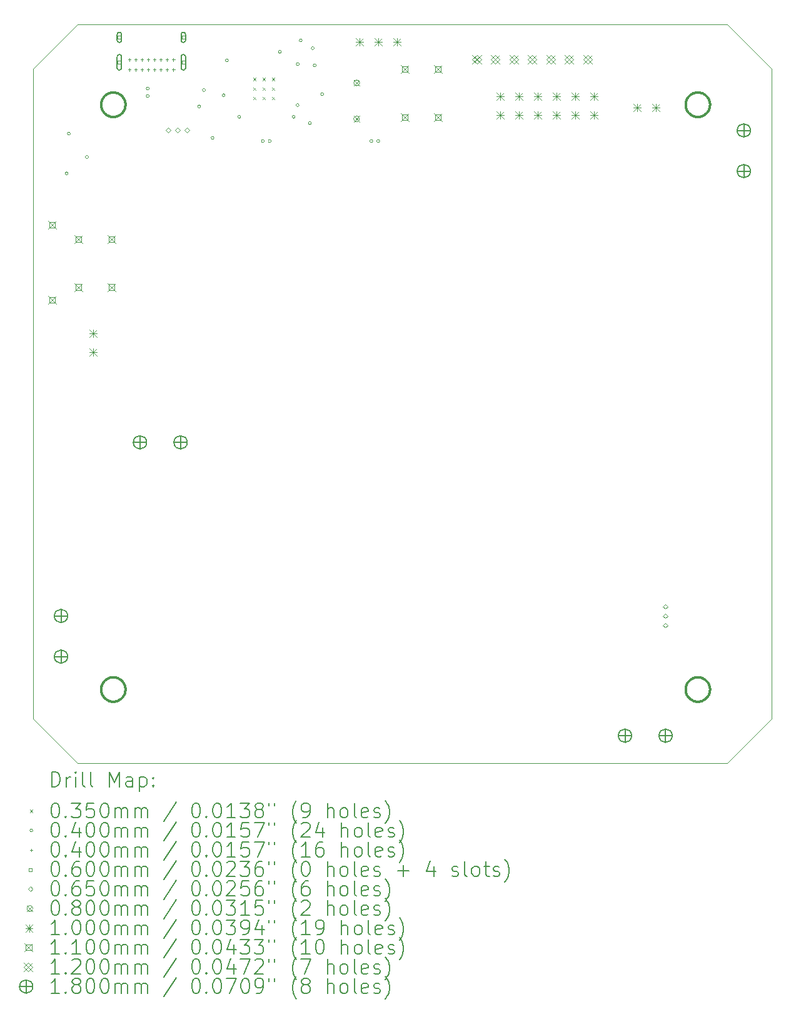
<source format=gbr>
%TF.GenerationSoftware,KiCad,Pcbnew,(6.0.8)*%
%TF.CreationDate,2023-01-27T01:53:07-07:00*%
%TF.ProjectId,Panel,50616e65-6c2e-46b6-9963-61645f706362,rev?*%
%TF.SameCoordinates,Original*%
%TF.FileFunction,Drillmap*%
%TF.FilePolarity,Positive*%
%FSLAX45Y45*%
G04 Gerber Fmt 4.5, Leading zero omitted, Abs format (unit mm)*
G04 Created by KiCad (PCBNEW (6.0.8)) date 2023-01-27 01:53:07*
%MOMM*%
%LPD*%
G01*
G04 APERTURE LIST*
%ADD10C,0.352776*%
%ADD11C,0.100000*%
%ADD12C,0.200000*%
%ADD13C,0.035000*%
%ADD14C,0.040000*%
%ADD15C,0.060000*%
%ADD16C,0.065000*%
%ADD17C,0.080000*%
%ADD18C,0.110000*%
%ADD19C,0.120000*%
%ADD20C,0.180000*%
G04 APERTURE END LIST*
D10*
X9059920Y-13837518D02*
X9068179Y-13836468D01*
X8992783Y-14137491D02*
X8986313Y-14132890D01*
X17000202Y-5920503D02*
X17000202Y-5920503D01*
X8952809Y-14099386D02*
X8948208Y-14092916D01*
X17064438Y-5933472D02*
X17071749Y-5936777D01*
X16836024Y-14017551D02*
X16835386Y-14009172D01*
X9183792Y-5953254D02*
X9190026Y-5958153D01*
X17064389Y-13848654D02*
X17071698Y-13851958D01*
X9240068Y-13943904D02*
X9242662Y-13951572D01*
X9076560Y-14165461D02*
X9068179Y-14164823D01*
X17165160Y-14000681D02*
X17165160Y-14000681D01*
X9190026Y-5958153D02*
X9196014Y-5963340D01*
X9240068Y-14057389D02*
X9237113Y-14064883D01*
X9248180Y-6110629D02*
X9246729Y-6118756D01*
X16883498Y-14117350D02*
X16878034Y-14111620D01*
X9226190Y-6171071D02*
X9221897Y-6177767D01*
X9177322Y-13863801D02*
X9183792Y-13868402D01*
X8920023Y-6085497D02*
X8920023Y-6085497D01*
X16838525Y-6118792D02*
X16837073Y-6110665D01*
X8927443Y-6134572D02*
X8925219Y-6126741D01*
X16907916Y-13863866D02*
X16914611Y-13859575D01*
X9118312Y-5923821D02*
X9126296Y-5925664D01*
X9085053Y-5920468D02*
X9085053Y-5920468D01*
X9051793Y-6247173D02*
X9043809Y-6245331D01*
X16966942Y-6247209D02*
X16958958Y-6245366D01*
X17152262Y-6149769D02*
X17148957Y-6157080D01*
X8957708Y-13895672D02*
X8962895Y-13889684D01*
X17122359Y-5974571D02*
X17127546Y-5980559D01*
X8957708Y-6190471D02*
X8952809Y-6184237D01*
X9244886Y-13959403D02*
X9246729Y-13967387D01*
X17155217Y-6142275D02*
X17152262Y-6149769D01*
X17127546Y-5980559D02*
X17132445Y-5986793D01*
X9250082Y-6085497D02*
X9249867Y-6093990D01*
X16921520Y-13855602D02*
X16928634Y-13851958D01*
X9250082Y-6085497D02*
X9250082Y-6085497D01*
X16848141Y-6149769D02*
X16845186Y-6142275D01*
X9250082Y-14000646D02*
X9249867Y-14009139D01*
X8925219Y-14041890D02*
X8923376Y-14033905D01*
X8943915Y-5999924D02*
X8948208Y-5993228D01*
X17111104Y-13878550D02*
X17116834Y-13884013D01*
X17141273Y-14086237D02*
X17136982Y-14092932D01*
X16878034Y-13889744D02*
X16883498Y-13884013D01*
X16859064Y-6171106D02*
X16855090Y-6164195D01*
X16975069Y-6248660D02*
X16966942Y-6247209D01*
X9028310Y-5930482D02*
X9035978Y-5927888D01*
X16951127Y-5927923D02*
X16958958Y-5925699D01*
X9149289Y-5933437D02*
X9156599Y-5936742D01*
X9068179Y-13836468D02*
X9076560Y-13835831D01*
X8943915Y-13915072D02*
X8948208Y-13908377D01*
X9249230Y-13983773D02*
X9249867Y-13992154D01*
X9249230Y-14017520D02*
X9248180Y-14025779D01*
X9201746Y-13883953D02*
X9207210Y-13889684D01*
X16966914Y-13839040D02*
X16975039Y-13837589D01*
X17056944Y-5930517D02*
X17064438Y-5933472D01*
X16901447Y-13868466D02*
X16907916Y-13863866D01*
X8952809Y-5986758D02*
X8957708Y-5980524D01*
D11*
X17400000Y-15000000D02*
X18000000Y-14400000D01*
D10*
X17085721Y-13859575D02*
X17092416Y-13863866D01*
X9212397Y-6190471D02*
X9207210Y-6196459D01*
X16907916Y-14137497D02*
X16901447Y-14132897D01*
X17064389Y-14152709D02*
X17056896Y-14155664D01*
X9028310Y-13845630D02*
X9035978Y-13843036D01*
X9035978Y-13843036D02*
X9043809Y-13840812D01*
X8930037Y-6028755D02*
X8932992Y-6021261D01*
X16889228Y-13878550D02*
X16895214Y-13873365D01*
X16895227Y-5958188D02*
X16901462Y-5953289D01*
X16838525Y-6052274D02*
X16840367Y-6044289D01*
X16855086Y-14079328D02*
X16851442Y-14072214D01*
X16855086Y-13922036D02*
X16859059Y-13915126D01*
X9051793Y-14162323D02*
X9043809Y-14160480D01*
X17105175Y-5958188D02*
X17111163Y-5963375D01*
X8930037Y-13943904D02*
X8932992Y-13936409D01*
X9240068Y-6028755D02*
X9242662Y-6036423D01*
X9013506Y-5936742D02*
X9020816Y-5933437D01*
X9237113Y-6149734D02*
X9233808Y-6157044D01*
X8986313Y-6217741D02*
X8980079Y-6212842D01*
X16991675Y-13835903D02*
X17000166Y-13835688D01*
X9248180Y-13975514D02*
X9249230Y-13983773D01*
X9085053Y-13835616D02*
X9093545Y-13835831D01*
X9043809Y-6245331D02*
X9035978Y-6243107D01*
X9249230Y-6102370D02*
X9248180Y-6110629D01*
X16895214Y-14127999D02*
X16889228Y-14122813D01*
X9013506Y-6234253D02*
X9006390Y-6230608D01*
X9149289Y-6237557D02*
X9141795Y-6240512D01*
X16855090Y-6006870D02*
X16859064Y-5999959D01*
X16975069Y-5922405D02*
X16983328Y-5921355D01*
X9177322Y-14137491D02*
X9170626Y-14141784D01*
X16835386Y-6077040D02*
X16836024Y-6068660D01*
X9207210Y-5974536D02*
X9212397Y-5980524D01*
X16921539Y-6230644D02*
X16914628Y-6226670D01*
X9246729Y-14033905D02*
X9244886Y-14041890D01*
X16835172Y-6085533D02*
X16835386Y-6077040D01*
X9242662Y-13951572D02*
X9244886Y-13959403D01*
X9163715Y-6230608D02*
X9156599Y-6234253D01*
X17152194Y-14064905D02*
X17148890Y-14072214D01*
X16878044Y-5974571D02*
X16883508Y-5968839D01*
X8962895Y-14111608D02*
X8957708Y-14105620D01*
X9177322Y-6222342D02*
X9170626Y-6226634D01*
X17098941Y-5953289D02*
X17105175Y-5958188D01*
X17078864Y-5940422D02*
X17085775Y-5944395D01*
X17116895Y-6202226D02*
X17111163Y-6207690D01*
X17078812Y-14145762D02*
X17071698Y-14149405D01*
X17000166Y-14165675D02*
X16991675Y-14165461D01*
X17000202Y-6250562D02*
X16991709Y-6250347D01*
X8936297Y-13929099D02*
X8939941Y-13921983D01*
X17132381Y-13901963D02*
X17136982Y-13908432D01*
X16983296Y-14164824D02*
X16975039Y-14163774D01*
X9190026Y-14127991D02*
X9183792Y-14132890D01*
X16842591Y-6134607D02*
X16840367Y-6126776D01*
X9233808Y-6013950D02*
X9237113Y-6021261D01*
X17136982Y-13908432D02*
X17141273Y-13915126D01*
X9076560Y-6250312D02*
X9068179Y-6249674D01*
X17049230Y-14158258D02*
X17041400Y-14160481D01*
X17122297Y-14111620D02*
X17116834Y-14117350D01*
X17025293Y-13837589D02*
X17033418Y-13839040D01*
X17049230Y-13843106D02*
X17056896Y-13845700D01*
X8932992Y-6021261D02*
X8936297Y-6013950D01*
X16951102Y-14158258D02*
X16943435Y-14155664D01*
X9242662Y-6134572D02*
X9240068Y-6142240D01*
X16935965Y-6237593D02*
X16928655Y-6234288D01*
X8939941Y-6006835D02*
X8943915Y-5999924D01*
X9126296Y-5925664D02*
X9134127Y-5927888D01*
X8999479Y-6226634D02*
X8992783Y-6222342D01*
X17157811Y-6036458D02*
X17160035Y-6044289D01*
X17132445Y-6184272D02*
X17127546Y-6190506D01*
X17165231Y-6085533D02*
X17165016Y-6094025D01*
X17116895Y-5968839D02*
X17122359Y-5974571D01*
X16848141Y-6021296D02*
X16851446Y-6013986D01*
X9068179Y-5921320D02*
X9076560Y-5920683D01*
X8986313Y-14132890D02*
X8980079Y-14127991D01*
X9051793Y-13838969D02*
X9059920Y-13837518D01*
X8957708Y-14105620D02*
X8952809Y-14099386D01*
X16983328Y-6249710D02*
X16975069Y-6248660D01*
X9240068Y-6142240D02*
X9237113Y-6149734D01*
X8986313Y-5953254D02*
X8992783Y-5948653D01*
X8999479Y-14141784D02*
X8992783Y-14137491D01*
X9141795Y-13845630D02*
X9149289Y-13848585D01*
X8920238Y-6093990D02*
X8920023Y-6085497D01*
X9085053Y-6250526D02*
X9076560Y-6250312D01*
X17155148Y-13943951D02*
X17157742Y-13951617D01*
X9196014Y-6207655D02*
X9190026Y-6212842D01*
X8968359Y-14117339D02*
X8962895Y-14111608D01*
X16914628Y-6226670D02*
X16907932Y-6222377D01*
X17160035Y-6126776D02*
X17157811Y-6134607D01*
X16872857Y-5980559D02*
X16878044Y-5974571D01*
X9134127Y-5927888D02*
X9141795Y-5930482D01*
X8927443Y-6036423D02*
X8930037Y-6028755D01*
X17145246Y-14079328D02*
X17141273Y-14086237D01*
X9207210Y-6196459D02*
X9201746Y-6202190D01*
X16838524Y-13967429D02*
X16840366Y-13959447D01*
X17041445Y-6245366D02*
X17033461Y-6247209D01*
X16840367Y-6044289D02*
X16842591Y-6036458D01*
X9035978Y-6243107D02*
X9028310Y-6240512D01*
X16872849Y-14105633D02*
X16867950Y-14099400D01*
X8952809Y-6184237D02*
X8948208Y-6177767D01*
X16935965Y-5933472D02*
X16943459Y-5930517D01*
X9093545Y-5920683D02*
X9101926Y-5921320D01*
X9246729Y-13967387D02*
X9248180Y-13975514D01*
X16975039Y-14163774D02*
X16966914Y-14162323D01*
X9221897Y-14092916D02*
X9217296Y-14099386D01*
X9068179Y-14164823D02*
X9059920Y-14163774D01*
X9059920Y-5922370D02*
X9068179Y-5921320D01*
X17164308Y-14017551D02*
X17163259Y-14025809D01*
X8925219Y-13959403D02*
X8927443Y-13951572D01*
X17116834Y-13884013D02*
X17122297Y-13889744D01*
X17165160Y-14000681D02*
X17164945Y-14009172D01*
X17111104Y-14122813D02*
X17105117Y-14127999D01*
X9201746Y-14117339D02*
X9196014Y-14122804D01*
X16863356Y-5993263D02*
X16867957Y-5986793D01*
X9237113Y-13936409D02*
X9240068Y-13943904D01*
X17092416Y-13863866D02*
X17098884Y-13868466D01*
X16859064Y-5999959D02*
X16863356Y-5993263D01*
X17041445Y-5925699D02*
X17049276Y-5927923D01*
X16840366Y-13959447D02*
X16842590Y-13951617D01*
X16975039Y-13837589D02*
X16983296Y-13836540D01*
X16845186Y-6028790D02*
X16848141Y-6021296D01*
X17161878Y-6052274D02*
X17163329Y-6060400D01*
X9244886Y-6126741D02*
X9242662Y-6134572D01*
X8936297Y-6013950D02*
X8939941Y-6006835D01*
X17161808Y-14033934D02*
X17159965Y-14041916D01*
X16878034Y-14111620D02*
X16872849Y-14105633D01*
X16837073Y-6060400D02*
X16838525Y-6052274D01*
D11*
X18000000Y-5600000D02*
X18000000Y-14400000D01*
D10*
X9085053Y-5920468D02*
X9093545Y-5920683D01*
X8980079Y-5958153D02*
X8986313Y-5953254D01*
X16836024Y-6068660D02*
X16837073Y-6060400D01*
X8992783Y-5948653D02*
X8999479Y-5944360D01*
X16983328Y-5921355D02*
X16991709Y-5920718D01*
X9226190Y-14086220D02*
X9221897Y-14092916D01*
X9085053Y-6250526D02*
X9085053Y-6250526D01*
X16914628Y-5944395D02*
X16921539Y-5940422D01*
X8974091Y-5963340D02*
X8980079Y-5958153D01*
X17111163Y-6207690D02*
X17105175Y-6212877D01*
X9028310Y-14155661D02*
X9020816Y-14152707D01*
X9043809Y-5925664D02*
X9051793Y-5923821D01*
X16840367Y-6126776D02*
X16838525Y-6118792D01*
X17033418Y-13839040D02*
X17041400Y-13840882D01*
X17148890Y-13929150D02*
X17152194Y-13936459D01*
X16889228Y-14122813D02*
X16883498Y-14117350D01*
X16837073Y-14025809D02*
X16836024Y-14017551D01*
X8939941Y-13921983D02*
X8943915Y-13915072D01*
X9101926Y-6249674D02*
X9093545Y-6250312D01*
X9196014Y-5963340D02*
X9201746Y-5968804D01*
X17033461Y-5923856D02*
X17041445Y-5925699D01*
X17165231Y-6085533D02*
X17165231Y-6085533D01*
X9233808Y-13929099D02*
X9237113Y-13936409D01*
X16914611Y-14141789D02*
X16907916Y-14137497D01*
X9237113Y-6021261D02*
X9240068Y-6028755D01*
X9201746Y-6202190D02*
X9196014Y-6207655D01*
X17141339Y-6171106D02*
X17137046Y-6177802D01*
X9085053Y-14165675D02*
X9085053Y-14165675D01*
X9028310Y-6240512D02*
X9020816Y-6237557D01*
X17159965Y-13959447D02*
X17161808Y-13967429D01*
X16837073Y-6110665D02*
X16836024Y-6102406D01*
X9020816Y-5933437D02*
X9028310Y-5930482D01*
X8968359Y-5968804D02*
X8974091Y-5963340D01*
X9248180Y-6060365D02*
X9249230Y-6068624D01*
X8925219Y-6044254D02*
X8927443Y-6036423D01*
X17145246Y-13922036D02*
X17148890Y-13929150D01*
X9212397Y-5980524D02*
X9217296Y-5986758D01*
X16855090Y-6164195D02*
X16851446Y-6157080D01*
X16842590Y-13951617D02*
X16845184Y-13943951D01*
X16895227Y-6212877D02*
X16889239Y-6207690D01*
X9076560Y-13835831D02*
X9085053Y-13835616D01*
X9226190Y-13915072D02*
X9230163Y-13921983D01*
X17164308Y-13983812D02*
X17164945Y-13992191D01*
X9156599Y-14149402D02*
X9149289Y-14152707D01*
X8923376Y-6118756D02*
X8921925Y-6110629D01*
X9250082Y-14000646D02*
X9250082Y-14000646D01*
X17025334Y-6248660D02*
X17017075Y-6249710D01*
X9190026Y-13873301D02*
X9196014Y-13878488D01*
X9085053Y-14165675D02*
X9076560Y-14165461D01*
X9207210Y-14111608D02*
X9201746Y-14117339D01*
X8932992Y-6149734D02*
X8930037Y-6142240D01*
X9093545Y-13835831D02*
X9101926Y-13836468D01*
X17122297Y-13889744D02*
X17127483Y-13895730D01*
X8927443Y-14049721D02*
X8925219Y-14041890D01*
D11*
X18000000Y-5600000D02*
X17400000Y-5000000D01*
D10*
X16835172Y-14000681D02*
X16835172Y-14000681D01*
X17041400Y-13840882D02*
X17049230Y-13843106D01*
X9233808Y-6157044D02*
X9230163Y-6164160D01*
X17111163Y-5963375D02*
X17116895Y-5968839D01*
X9134127Y-14158256D02*
X9126296Y-14160480D01*
X16851446Y-6013986D02*
X16855090Y-6006870D01*
X9076560Y-5920683D02*
X9085053Y-5920468D01*
X8992783Y-6222342D02*
X8986313Y-6217741D01*
X17033461Y-6247209D02*
X17025334Y-6248660D01*
X9212397Y-14105620D02*
X9207210Y-14111608D01*
D11*
X17400000Y-15000000D02*
X8600000Y-15000000D01*
D10*
X16838524Y-14033934D02*
X16837073Y-14025809D01*
X9183792Y-14132890D02*
X9177322Y-14137491D01*
X9068179Y-6249674D02*
X9059920Y-6248625D01*
X9249867Y-6077005D02*
X9250082Y-6085497D01*
X9156599Y-5936742D02*
X9163715Y-5940386D01*
X9177322Y-5948653D02*
X9183792Y-5953254D01*
X9170626Y-13859508D02*
X9177322Y-13863801D01*
X17098941Y-6217776D02*
X17092471Y-6222377D01*
X17163259Y-13975555D02*
X17164308Y-13983812D01*
X8923376Y-14033905D02*
X8921925Y-14025779D01*
X8921925Y-6110629D02*
X8920875Y-6102370D01*
X9217296Y-5986758D02*
X9221897Y-5993228D01*
X16867957Y-5986793D02*
X16872857Y-5980559D01*
X16845184Y-14057412D02*
X16842590Y-14049746D01*
X16863356Y-6177802D02*
X16859064Y-6171106D01*
X8992783Y-13863801D02*
X8999479Y-13859508D01*
X9051793Y-5923821D02*
X9059920Y-5922370D01*
X16958958Y-5925699D02*
X16966942Y-5923856D01*
X17127546Y-6190506D02*
X17122359Y-6196494D01*
D11*
X8000000Y-14400000D02*
X8000000Y-5600000D01*
D10*
X17008694Y-5920718D02*
X17017075Y-5921355D01*
X9118312Y-14162323D02*
X9110185Y-14163774D01*
X16991709Y-5920718D02*
X17000202Y-5920503D01*
X17161808Y-13967429D02*
X17163259Y-13975555D01*
X16867950Y-14099400D02*
X16863350Y-14092932D01*
X17164945Y-14009172D02*
X17164308Y-14017551D01*
X16943459Y-6240548D02*
X16935965Y-6237593D01*
X17008656Y-14165461D02*
X17000166Y-14165675D01*
X8927443Y-13951572D02*
X8930037Y-13943904D01*
X17071698Y-14149405D02*
X17064389Y-14152709D01*
X16883498Y-13884013D02*
X16889228Y-13878550D01*
X9126296Y-14160480D02*
X9118312Y-14162323D01*
X9250082Y-6085497D02*
X9250082Y-6085497D01*
X9141795Y-6240512D02*
X9134127Y-6243107D01*
X17136982Y-14092932D02*
X17132381Y-14099400D01*
X17155148Y-14057412D02*
X17152194Y-14064905D01*
X9249867Y-13992154D02*
X9250082Y-14000646D01*
X17105117Y-14127999D02*
X17098884Y-14132897D01*
X17165016Y-6077040D02*
X17165231Y-6085533D01*
X16872857Y-6190506D02*
X16867957Y-6184272D01*
X8930037Y-14057389D02*
X8927443Y-14049721D01*
X9233808Y-14072193D02*
X9230163Y-14079309D01*
X17092471Y-6222377D02*
X17085775Y-6226670D01*
X17141273Y-13915126D02*
X17145246Y-13922036D01*
X8980079Y-14127991D02*
X8974091Y-14122804D01*
X9020816Y-13848585D02*
X9028310Y-13845630D01*
X16943435Y-13845700D02*
X16951102Y-13843106D01*
X16851446Y-6157080D02*
X16848141Y-6149769D01*
X17033418Y-14162323D02*
X17025293Y-14163774D01*
X9226190Y-5999924D02*
X9230163Y-6006835D01*
X9183792Y-13868402D02*
X9190026Y-13873301D01*
X9246729Y-6052238D02*
X9248180Y-6060365D01*
X17164945Y-13992191D02*
X17165160Y-14000681D01*
X16835386Y-6094025D02*
X16835172Y-6085533D01*
X16951102Y-13843106D02*
X16958931Y-13840882D01*
X9126296Y-6245331D02*
X9118312Y-6247173D01*
X17160035Y-6044289D02*
X17161878Y-6052274D01*
X9118312Y-6247173D02*
X9110185Y-6248625D01*
X16901462Y-6217776D02*
X16895227Y-6212877D01*
X16872849Y-13895730D02*
X16878034Y-13889744D01*
X17148957Y-6013986D02*
X17152262Y-6021296D01*
X16951127Y-6243142D02*
X16943459Y-6240548D01*
X16991709Y-6250347D02*
X16983328Y-6249710D01*
X17092416Y-14137497D02*
X17085721Y-14141789D01*
X8921925Y-14025779D02*
X8920875Y-14017520D01*
X8920875Y-6102370D02*
X8920238Y-6093990D01*
X9163715Y-14145757D02*
X9156599Y-14149402D01*
X9093545Y-14165461D02*
X9085053Y-14165675D01*
X16889239Y-5963375D02*
X16895227Y-5958188D01*
X17025293Y-14163774D02*
X17017036Y-14164824D01*
X9043809Y-13840812D02*
X9051793Y-13838969D01*
X17071749Y-6234288D02*
X17064438Y-6237593D01*
X8921925Y-6060365D02*
X8923376Y-6052238D01*
X16928634Y-14149405D02*
X16921520Y-14145762D01*
X16848138Y-13936459D02*
X16851442Y-13929150D01*
X9170626Y-6226634D02*
X9163715Y-6230608D01*
X16835386Y-14009172D02*
X16835172Y-14000681D01*
X9118312Y-13838969D02*
X9126296Y-13840812D01*
X9170626Y-14141784D02*
X9163715Y-14145757D01*
X9163715Y-13855535D02*
X9170626Y-13859508D01*
X16958931Y-14160481D02*
X16951102Y-14158258D01*
X16966942Y-5923856D02*
X16975069Y-5922405D01*
X9242662Y-6036423D02*
X9244886Y-6044254D01*
X8939941Y-14079309D02*
X8936297Y-14072193D01*
X9207210Y-13889684D02*
X9212397Y-13895672D01*
X9212397Y-13895672D02*
X9217296Y-13901906D01*
X8930037Y-6142240D02*
X8927443Y-6134572D01*
X8974091Y-14122804D02*
X8968359Y-14117339D01*
X16867950Y-13901963D02*
X16872849Y-13895730D01*
X17155217Y-6028790D02*
X17157811Y-6036458D01*
X17163329Y-6110665D02*
X17161878Y-6118792D01*
X16991675Y-14165461D02*
X16983296Y-14164824D01*
X9043809Y-14160480D02*
X9035978Y-14158256D01*
X17127483Y-13895730D02*
X17132381Y-13901963D01*
X17157742Y-13951617D02*
X17159965Y-13959447D01*
X17017036Y-13836540D02*
X17025293Y-13837589D01*
X9141795Y-14155661D02*
X9134127Y-14158256D01*
X8920023Y-6085497D02*
X8920238Y-6077005D01*
X17008656Y-13835903D02*
X17017036Y-13836540D01*
X17157742Y-14049746D02*
X17155148Y-14057412D01*
X9141795Y-5930482D02*
X9149289Y-5933437D01*
X9110185Y-5922370D02*
X9118312Y-5923821D01*
X16983296Y-13836540D02*
X16991675Y-13835903D01*
X9006390Y-5940386D02*
X9013506Y-5936742D01*
X16907932Y-6222377D02*
X16901462Y-6217776D01*
X17000166Y-13835688D02*
X17000166Y-13835688D01*
X17071749Y-5936777D02*
X17078864Y-5940422D01*
X8962895Y-5974536D02*
X8968359Y-5968804D01*
X16859059Y-14086237D02*
X16855086Y-14079328D01*
D11*
X8000000Y-14400000D02*
X8600000Y-15000000D01*
D10*
X8920238Y-14009139D02*
X8920023Y-14000646D01*
X8957708Y-5980524D02*
X8962895Y-5974536D01*
X17132381Y-14099400D02*
X17127483Y-14105633D01*
X8936297Y-6157044D02*
X8932992Y-6149734D01*
X8968359Y-13883953D02*
X8974091Y-13878488D01*
X8920023Y-14000646D02*
X8920023Y-14000646D01*
X8974091Y-6207655D02*
X8968359Y-6202190D01*
X17092471Y-5948688D02*
X17098941Y-5953289D01*
X9237113Y-14064883D02*
X9233808Y-14072193D01*
X8920875Y-14017520D02*
X8920238Y-14009139D01*
X16845184Y-13943951D02*
X16848138Y-13936459D01*
X9101926Y-14164823D02*
X9093545Y-14165461D01*
X9035978Y-5927888D02*
X9043809Y-5925664D01*
D11*
X8600000Y-5000000D02*
X17400000Y-5000000D01*
D10*
X16863350Y-14092932D02*
X16859059Y-14086237D01*
X8920023Y-14000646D02*
X8920238Y-13992154D01*
X9244886Y-6044254D02*
X9246729Y-6052238D01*
X16851442Y-14072214D02*
X16848138Y-14064905D01*
X17141339Y-5999959D02*
X17145313Y-6006870D01*
X17085775Y-5944395D02*
X17092471Y-5948688D01*
X17000166Y-14165675D02*
X17000166Y-14165675D01*
X16836024Y-6102406D02*
X16835386Y-6094025D01*
X17085721Y-14141789D02*
X17078812Y-14145762D01*
X17049276Y-6243142D02*
X17041445Y-6245366D01*
X16928655Y-6234288D02*
X16921539Y-6230644D01*
X8948208Y-13908377D02*
X8952809Y-13901906D01*
X17105117Y-13873365D02*
X17111104Y-13878550D01*
X17157811Y-6134607D02*
X17155217Y-6142275D01*
X17152262Y-6021296D02*
X17155217Y-6028790D01*
X9249867Y-14009139D02*
X9249230Y-14017520D01*
X17165231Y-6085533D02*
X17165231Y-6085533D01*
X17105175Y-6212877D02*
X17098941Y-6217776D01*
X16921520Y-14145762D02*
X16914611Y-14141789D01*
X9020816Y-14152707D02*
X9013506Y-14149402D01*
X16935943Y-14152709D02*
X16928634Y-14149405D01*
X17163259Y-14025809D02*
X17161808Y-14033934D01*
X9110185Y-13837518D02*
X9118312Y-13838969D01*
X9059920Y-6248625D02*
X9051793Y-6247173D01*
X9221897Y-6177767D02*
X9217296Y-6184237D01*
X9134127Y-6243107D02*
X9126296Y-6245331D01*
X17017036Y-14164824D02*
X17008656Y-14165461D01*
X9035978Y-14158256D02*
X9028310Y-14155661D01*
X8968359Y-6202190D02*
X8962895Y-6196459D01*
X9149289Y-13848585D02*
X9156599Y-13851890D01*
X9230163Y-13921983D02*
X9233808Y-13929099D01*
X16914611Y-13859575D02*
X16921520Y-13855602D01*
X9217296Y-6184237D02*
X9212397Y-6190471D01*
X8920238Y-6077005D02*
X8920875Y-6068624D01*
X17000166Y-13835688D02*
X17008656Y-13835903D01*
X8980079Y-6212842D02*
X8974091Y-6207655D01*
X17085775Y-6226670D02*
X17078864Y-6230644D01*
X16863350Y-13908432D02*
X16867950Y-13901963D01*
X17000202Y-5920503D02*
X17008694Y-5920718D01*
X8962895Y-13889684D02*
X8968359Y-13883953D01*
X17000202Y-6250562D02*
X17000202Y-6250562D01*
X16921539Y-5940422D02*
X16928655Y-5936777D01*
X8999479Y-13859508D02*
X9006390Y-13855535D01*
X9250082Y-14000646D02*
X9250082Y-14000646D01*
X16840366Y-14041916D02*
X16838524Y-14033934D01*
X9221897Y-13908377D02*
X9226190Y-13915072D01*
X17165160Y-14000681D02*
X17165160Y-14000681D01*
X17148957Y-6157080D02*
X17145313Y-6164195D01*
X16966914Y-14162323D02*
X16958931Y-14160481D01*
X16889239Y-6207690D02*
X16883508Y-6202226D01*
X17041400Y-14160481D02*
X17033418Y-14162323D01*
X8920875Y-6068624D02*
X8921925Y-6060365D01*
X9013506Y-14149402D02*
X9006390Y-14145757D01*
X9196014Y-14122804D02*
X9190026Y-14127991D01*
X16835172Y-6085533D02*
X16835172Y-6085533D01*
X9242662Y-14049721D02*
X9240068Y-14057389D01*
X8939941Y-6164160D02*
X8936297Y-6157044D01*
X9170626Y-5944360D02*
X9177322Y-5948653D01*
X17152194Y-13936459D02*
X17155148Y-13943951D01*
X16883508Y-5968839D02*
X16889239Y-5963375D01*
X9126296Y-13840812D02*
X9134127Y-13843036D01*
X8986313Y-13868402D02*
X8992783Y-13863801D01*
X17078812Y-13855602D02*
X17085721Y-13859575D01*
X17008694Y-6250347D02*
X17000202Y-6250562D01*
X16935943Y-13848654D02*
X16943435Y-13845700D01*
X17056896Y-13845700D02*
X17064389Y-13848654D01*
X9059920Y-14163774D02*
X9051793Y-14162323D01*
X8932992Y-13936409D02*
X8936297Y-13929099D01*
X16842591Y-6036458D02*
X16845186Y-6028790D01*
X17145313Y-6164195D02*
X17141339Y-6171106D01*
X17145313Y-6006870D02*
X17148957Y-6013986D01*
X17017075Y-5921355D02*
X17025334Y-5922405D01*
X8999479Y-5944360D02*
X9006390Y-5940386D01*
X17159965Y-14041916D02*
X17157742Y-14049746D01*
X9156599Y-13851890D02*
X9163715Y-13855535D01*
X9085053Y-13835616D02*
X9085053Y-13835616D01*
X9006390Y-13855535D02*
X9013506Y-13851890D01*
X16842590Y-14049746D02*
X16840366Y-14041916D01*
X9101926Y-5921320D02*
X9110185Y-5922370D01*
X8974091Y-13878488D02*
X8980079Y-13873301D01*
X16859059Y-13915126D02*
X16863350Y-13908432D01*
X9230163Y-14079309D02*
X9226190Y-14086220D01*
X9221897Y-5993228D02*
X9226190Y-5999924D01*
X9244886Y-14041890D02*
X9242662Y-14049721D01*
X17098884Y-13868466D02*
X17105117Y-13873365D01*
X9248180Y-14025779D02*
X9246729Y-14033905D01*
X9101926Y-13836468D02*
X9110185Y-13837518D01*
X16867957Y-6184272D02*
X16863356Y-6177802D01*
X9183792Y-6217741D02*
X9177322Y-6222342D01*
X9190026Y-6212842D02*
X9183792Y-6217741D01*
X16928634Y-13851958D02*
X16935943Y-13848654D01*
X16836024Y-13983812D02*
X16837073Y-13975555D01*
X9163715Y-5940386D02*
X9170626Y-5944360D01*
X8920875Y-13983773D02*
X8921925Y-13975514D01*
X17132445Y-5986793D02*
X17137046Y-5993263D01*
X17164379Y-6068660D02*
X17165016Y-6077040D01*
X9217296Y-14099386D02*
X9212397Y-14105620D01*
X17122359Y-6196494D02*
X17116895Y-6202226D01*
X16958931Y-13840882D02*
X16966914Y-13839040D01*
X16928655Y-5936777D02*
X16935965Y-5933472D01*
X16883508Y-6202226D02*
X16878044Y-6196494D01*
X16835386Y-13992191D02*
X16836024Y-13983812D01*
X17078864Y-6230644D02*
X17071749Y-6234288D01*
X9201746Y-5968804D02*
X9207210Y-5974536D01*
X16958958Y-6245366D02*
X16951127Y-6243142D01*
X17116834Y-14117350D02*
X17111104Y-14122813D01*
X8936297Y-14072193D02*
X8932992Y-14064883D01*
X17049276Y-5927923D02*
X17056944Y-5930517D01*
X16845186Y-6142275D02*
X16842591Y-6134607D01*
X17161878Y-6118792D02*
X17160035Y-6126776D01*
X17098884Y-14132897D02*
X17092416Y-14137497D01*
X9217296Y-13901906D02*
X9221897Y-13908377D01*
X16943459Y-5930517D02*
X16951127Y-5927923D01*
X17071698Y-13851958D02*
X17078812Y-13855602D01*
X17137046Y-6177802D02*
X17132445Y-6184272D01*
X8923376Y-6052238D02*
X8925219Y-6044254D01*
X8943915Y-6171071D02*
X8939941Y-6164160D01*
X8980079Y-13873301D02*
X8986313Y-13868402D01*
X17137046Y-5993263D02*
X17141339Y-5999959D01*
X9230163Y-6006835D02*
X9233808Y-6013950D01*
X17148890Y-14072214D02*
X17145246Y-14079328D01*
X9249867Y-6093990D02*
X9249230Y-6102370D01*
X17025334Y-5922405D02*
X17033461Y-5923856D01*
X8948208Y-5993228D02*
X8952809Y-5986758D01*
X9013506Y-13851890D02*
X9020816Y-13848585D01*
X9006390Y-14145757D02*
X8999479Y-14141784D01*
X9156599Y-6234253D02*
X9149289Y-6237557D01*
X9093545Y-6250312D02*
X9085053Y-6250526D01*
X8948208Y-6177767D02*
X8943915Y-6171071D01*
X8921925Y-13975514D02*
X8923376Y-13967387D01*
X9249230Y-6068624D02*
X9249867Y-6077005D01*
X16848138Y-14064905D02*
X16845184Y-14057412D01*
X9020816Y-6237557D02*
X9013506Y-6234253D01*
X8948208Y-14092916D02*
X8943915Y-14086220D01*
X9110185Y-6248625D02*
X9101926Y-6249674D01*
X17064438Y-6237593D02*
X17056944Y-6240548D01*
X17127483Y-14105633D02*
X17122297Y-14111620D01*
X17056896Y-14155664D02*
X17049230Y-14158258D01*
X16907932Y-5948688D02*
X16914628Y-5944395D01*
X8962895Y-6196459D02*
X8957708Y-6190471D01*
X17164379Y-6102406D02*
X17163329Y-6110665D01*
X16837073Y-13975555D02*
X16838524Y-13967429D01*
X16851442Y-13929150D02*
X16855086Y-13922036D01*
X16835172Y-14000681D02*
X16835386Y-13992191D01*
X8925219Y-6126741D02*
X8923376Y-6118756D01*
X9134127Y-13843036D02*
X9141795Y-13845630D01*
X16878044Y-6196494D02*
X16872857Y-6190506D01*
X16901462Y-5953289D02*
X16907932Y-5948688D01*
X8920238Y-13992154D02*
X8920875Y-13983773D01*
X16943435Y-14155664D02*
X16935943Y-14152709D01*
X8952809Y-13901906D02*
X8957708Y-13895672D01*
X9246729Y-6118756D02*
X9244886Y-6126741D01*
X9110185Y-14163774D02*
X9101926Y-14164823D01*
X17017075Y-6249710D02*
X17008694Y-6250347D01*
X8932992Y-14064883D02*
X8930037Y-14057389D01*
X16901447Y-14132897D02*
X16895214Y-14127999D01*
X17056944Y-6240548D02*
X17049276Y-6243142D01*
X9230163Y-6164160D02*
X9226190Y-6171071D01*
X17163329Y-6060400D02*
X17164379Y-6068660D01*
X9149289Y-14152707D02*
X9141795Y-14155661D01*
X9196014Y-13878488D02*
X9201746Y-13883953D01*
X16895214Y-13873365D02*
X16901447Y-13868466D01*
X8943915Y-14086220D02*
X8939941Y-14079309D01*
X8923376Y-13967387D02*
X8925219Y-13959403D01*
D11*
X8000000Y-5600000D02*
X8600000Y-5000000D01*
D10*
X9006390Y-6230608D02*
X8999479Y-6226634D01*
X17165016Y-6094025D02*
X17164379Y-6102406D01*
D12*
D13*
X10978997Y-5721550D02*
X11013997Y-5756550D01*
X11013997Y-5721550D02*
X10978997Y-5756550D01*
X10978997Y-5849050D02*
X11013997Y-5884050D01*
X11013997Y-5849050D02*
X10978997Y-5884050D01*
X10978997Y-5976550D02*
X11013997Y-6011550D01*
X11013997Y-5976550D02*
X10978997Y-6011550D01*
X11106497Y-5721550D02*
X11141497Y-5756550D01*
X11141497Y-5721550D02*
X11106497Y-5756550D01*
X11106497Y-5849050D02*
X11141497Y-5884050D01*
X11141497Y-5849050D02*
X11106497Y-5884050D01*
X11106497Y-5976550D02*
X11141497Y-6011550D01*
X11141497Y-5976550D02*
X11106497Y-6011550D01*
X11233997Y-5721550D02*
X11268997Y-5756550D01*
X11268997Y-5721550D02*
X11233997Y-5756550D01*
X11233997Y-5849050D02*
X11268997Y-5884050D01*
X11268997Y-5849050D02*
X11233997Y-5884050D01*
X11233997Y-5976550D02*
X11268997Y-6011550D01*
X11268997Y-5976550D02*
X11233997Y-6011550D01*
D14*
X8473120Y-7014020D02*
G75*
G03*
X8473120Y-7014020I-20000J0D01*
G01*
X8502879Y-6476279D02*
G75*
G03*
X8502879Y-6476279I-20000J0D01*
G01*
X8747440Y-6791960D02*
G75*
G03*
X8747440Y-6791960I-20000J0D01*
G01*
X9570400Y-5867400D02*
G75*
G03*
X9570400Y-5867400I-20000J0D01*
G01*
X9570400Y-5966460D02*
G75*
G03*
X9570400Y-5966460I-20000J0D01*
G01*
X10268150Y-6107950D02*
G75*
G03*
X10268150Y-6107950I-20000J0D01*
G01*
X10332400Y-5886430D02*
G75*
G03*
X10332400Y-5886430I-20000J0D01*
G01*
X10449240Y-6532880D02*
G75*
G03*
X10449240Y-6532880I-20000J0D01*
G01*
X10599250Y-5956450D02*
G75*
G03*
X10599250Y-5956450I-20000J0D01*
G01*
X10642280Y-5486400D02*
G75*
G03*
X10642280Y-5486400I-20000J0D01*
G01*
X10809920Y-6248400D02*
G75*
G03*
X10809920Y-6248400I-20000J0D01*
G01*
X11130374Y-6577750D02*
G75*
G03*
X11130374Y-6577750I-20000J0D01*
G01*
X11223024Y-6577750D02*
G75*
G03*
X11223024Y-6577750I-20000J0D01*
G01*
X11360000Y-5368000D02*
G75*
G03*
X11360000Y-5368000I-20000J0D01*
G01*
X11546520Y-6248400D02*
G75*
G03*
X11546520Y-6248400I-20000J0D01*
G01*
X11599860Y-6090920D02*
G75*
G03*
X11599860Y-6090920I-20000J0D01*
G01*
X11602400Y-5537200D02*
G75*
G03*
X11602400Y-5537200I-20000J0D01*
G01*
X11643000Y-5215000D02*
G75*
G03*
X11643000Y-5215000I-20000J0D01*
G01*
X11764960Y-6334760D02*
G75*
G03*
X11764960Y-6334760I-20000J0D01*
G01*
X11805875Y-5320725D02*
G75*
G03*
X11805875Y-5320725I-20000J0D01*
G01*
X11832050Y-5552440D02*
G75*
G03*
X11832050Y-5552440I-20000J0D01*
G01*
X11932600Y-5943600D02*
G75*
G03*
X11932600Y-5943600I-20000J0D01*
G01*
X12598652Y-6577750D02*
G75*
G03*
X12598652Y-6577750I-20000J0D01*
G01*
X12691302Y-6577750D02*
G75*
G03*
X12691302Y-6577750I-20000J0D01*
G01*
X9302500Y-5454500D02*
X9302500Y-5494500D01*
X9282500Y-5474500D02*
X9322500Y-5474500D01*
X9302500Y-5589500D02*
X9302500Y-5629500D01*
X9282500Y-5609500D02*
X9322500Y-5609500D01*
X9387500Y-5454500D02*
X9387500Y-5494500D01*
X9367500Y-5474500D02*
X9407500Y-5474500D01*
X9387500Y-5589500D02*
X9387500Y-5629500D01*
X9367500Y-5609500D02*
X9407500Y-5609500D01*
X9472500Y-5454500D02*
X9472500Y-5494500D01*
X9452500Y-5474500D02*
X9492500Y-5474500D01*
X9472500Y-5589500D02*
X9472500Y-5629500D01*
X9452500Y-5609500D02*
X9492500Y-5609500D01*
X9557500Y-5454500D02*
X9557500Y-5494500D01*
X9537500Y-5474500D02*
X9577500Y-5474500D01*
X9557500Y-5589500D02*
X9557500Y-5629500D01*
X9537500Y-5609500D02*
X9577500Y-5609500D01*
X9642500Y-5454500D02*
X9642500Y-5494500D01*
X9622500Y-5474500D02*
X9662500Y-5474500D01*
X9642500Y-5589500D02*
X9642500Y-5629500D01*
X9622500Y-5609500D02*
X9662500Y-5609500D01*
X9727500Y-5454500D02*
X9727500Y-5494500D01*
X9707500Y-5474500D02*
X9747500Y-5474500D01*
X9727500Y-5589500D02*
X9727500Y-5629500D01*
X9707500Y-5609500D02*
X9747500Y-5609500D01*
X9812500Y-5454500D02*
X9812500Y-5494500D01*
X9792500Y-5474500D02*
X9832500Y-5474500D01*
X9812500Y-5589500D02*
X9812500Y-5629500D01*
X9792500Y-5609500D02*
X9832500Y-5609500D01*
X9897500Y-5454500D02*
X9897500Y-5494500D01*
X9877500Y-5474500D02*
X9917500Y-5474500D01*
X9897500Y-5589500D02*
X9897500Y-5629500D01*
X9877500Y-5609500D02*
X9917500Y-5609500D01*
D15*
X9188713Y-5194713D02*
X9188713Y-5152287D01*
X9146287Y-5152287D01*
X9146287Y-5194713D01*
X9188713Y-5194713D01*
D12*
X9197500Y-5213500D02*
X9197500Y-5133500D01*
X9137500Y-5213500D02*
X9137500Y-5133500D01*
X9197500Y-5133500D02*
G75*
G03*
X9137500Y-5133500I-30000J0D01*
G01*
X9137500Y-5213500D02*
G75*
G03*
X9197500Y-5213500I30000J0D01*
G01*
D15*
X9188713Y-5532713D02*
X9188713Y-5490287D01*
X9146287Y-5490287D01*
X9146287Y-5532713D01*
X9188713Y-5532713D01*
D12*
X9197500Y-5586500D02*
X9197500Y-5436500D01*
X9137500Y-5586500D02*
X9137500Y-5436500D01*
X9197500Y-5436500D02*
G75*
G03*
X9137500Y-5436500I-30000J0D01*
G01*
X9137500Y-5586500D02*
G75*
G03*
X9197500Y-5586500I30000J0D01*
G01*
D15*
X10053713Y-5194713D02*
X10053713Y-5152287D01*
X10011287Y-5152287D01*
X10011287Y-5194713D01*
X10053713Y-5194713D01*
D12*
X10062500Y-5213500D02*
X10062500Y-5133500D01*
X10002500Y-5213500D02*
X10002500Y-5133500D01*
X10062500Y-5133500D02*
G75*
G03*
X10002500Y-5133500I-30000J0D01*
G01*
X10002500Y-5213500D02*
G75*
G03*
X10062500Y-5213500I30000J0D01*
G01*
D15*
X10053713Y-5532713D02*
X10053713Y-5490287D01*
X10011287Y-5490287D01*
X10011287Y-5532713D01*
X10053713Y-5532713D01*
D12*
X10062500Y-5586500D02*
X10062500Y-5436500D01*
X10002500Y-5586500D02*
X10002500Y-5436500D01*
X10062500Y-5436500D02*
G75*
G03*
X10002500Y-5436500I-30000J0D01*
G01*
X10002500Y-5586500D02*
G75*
G03*
X10062500Y-5586500I30000J0D01*
G01*
D16*
X9829300Y-6461240D02*
X9861800Y-6428740D01*
X9829300Y-6396240D01*
X9796800Y-6428740D01*
X9829300Y-6461240D01*
X9956300Y-6461240D02*
X9988800Y-6428740D01*
X9956300Y-6396240D01*
X9923800Y-6428740D01*
X9956300Y-6461240D01*
X10083300Y-6461240D02*
X10115800Y-6428740D01*
X10083300Y-6396240D01*
X10050800Y-6428740D01*
X10083300Y-6461240D01*
X16560800Y-12909800D02*
X16593300Y-12877300D01*
X16560800Y-12844800D01*
X16528300Y-12877300D01*
X16560800Y-12909800D01*
X16560800Y-13036800D02*
X16593300Y-13004300D01*
X16560800Y-12971800D01*
X16528300Y-13004300D01*
X16560800Y-13036800D01*
X16560800Y-13163800D02*
X16593300Y-13131300D01*
X16560800Y-13098800D01*
X16528300Y-13131300D01*
X16560800Y-13163800D01*
D17*
X12339960Y-5750040D02*
X12419960Y-5830040D01*
X12419960Y-5750040D02*
X12339960Y-5830040D01*
X12419960Y-5790040D02*
G75*
G03*
X12419960Y-5790040I-40000J0D01*
G01*
X12339960Y-6238040D02*
X12419960Y-6318040D01*
X12419960Y-6238040D02*
X12339960Y-6318040D01*
X12419960Y-6278040D02*
G75*
G03*
X12419960Y-6278040I-40000J0D01*
G01*
D11*
X8760840Y-9131560D02*
X8860840Y-9231560D01*
X8860840Y-9131560D02*
X8760840Y-9231560D01*
X8810840Y-9131560D02*
X8810840Y-9231560D01*
X8760840Y-9181560D02*
X8860840Y-9181560D01*
X8760840Y-9381560D02*
X8860840Y-9481560D01*
X8860840Y-9381560D02*
X8760840Y-9481560D01*
X8810840Y-9381560D02*
X8810840Y-9481560D01*
X8760840Y-9431560D02*
X8860840Y-9431560D01*
X12372100Y-5182400D02*
X12472100Y-5282400D01*
X12472100Y-5182400D02*
X12372100Y-5282400D01*
X12422100Y-5182400D02*
X12422100Y-5282400D01*
X12372100Y-5232400D02*
X12472100Y-5232400D01*
X12626100Y-5182400D02*
X12726100Y-5282400D01*
X12726100Y-5182400D02*
X12626100Y-5282400D01*
X12676100Y-5182400D02*
X12676100Y-5282400D01*
X12626100Y-5232400D02*
X12726100Y-5232400D01*
X12880100Y-5182400D02*
X12980100Y-5282400D01*
X12980100Y-5182400D02*
X12880100Y-5282400D01*
X12930100Y-5182400D02*
X12930100Y-5282400D01*
X12880100Y-5232400D02*
X12980100Y-5232400D01*
X14275600Y-5919500D02*
X14375600Y-6019500D01*
X14375600Y-5919500D02*
X14275600Y-6019500D01*
X14325600Y-5919500D02*
X14325600Y-6019500D01*
X14275600Y-5969500D02*
X14375600Y-5969500D01*
X14275600Y-6173500D02*
X14375600Y-6273500D01*
X14375600Y-6173500D02*
X14275600Y-6273500D01*
X14325600Y-6173500D02*
X14325600Y-6273500D01*
X14275600Y-6223500D02*
X14375600Y-6223500D01*
X14529600Y-5919500D02*
X14629600Y-6019500D01*
X14629600Y-5919500D02*
X14529600Y-6019500D01*
X14579600Y-5919500D02*
X14579600Y-6019500D01*
X14529600Y-5969500D02*
X14629600Y-5969500D01*
X14529600Y-6173500D02*
X14629600Y-6273500D01*
X14629600Y-6173500D02*
X14529600Y-6273500D01*
X14579600Y-6173500D02*
X14579600Y-6273500D01*
X14529600Y-6223500D02*
X14629600Y-6223500D01*
X14783600Y-5919500D02*
X14883600Y-6019500D01*
X14883600Y-5919500D02*
X14783600Y-6019500D01*
X14833600Y-5919500D02*
X14833600Y-6019500D01*
X14783600Y-5969500D02*
X14883600Y-5969500D01*
X14783600Y-6173500D02*
X14883600Y-6273500D01*
X14883600Y-6173500D02*
X14783600Y-6273500D01*
X14833600Y-6173500D02*
X14833600Y-6273500D01*
X14783600Y-6223500D02*
X14883600Y-6223500D01*
X15037600Y-5919500D02*
X15137600Y-6019500D01*
X15137600Y-5919500D02*
X15037600Y-6019500D01*
X15087600Y-5919500D02*
X15087600Y-6019500D01*
X15037600Y-5969500D02*
X15137600Y-5969500D01*
X15037600Y-6173500D02*
X15137600Y-6273500D01*
X15137600Y-6173500D02*
X15037600Y-6273500D01*
X15087600Y-6173500D02*
X15087600Y-6273500D01*
X15037600Y-6223500D02*
X15137600Y-6223500D01*
X15291600Y-5919500D02*
X15391600Y-6019500D01*
X15391600Y-5919500D02*
X15291600Y-6019500D01*
X15341600Y-5919500D02*
X15341600Y-6019500D01*
X15291600Y-5969500D02*
X15391600Y-5969500D01*
X15291600Y-6173500D02*
X15391600Y-6273500D01*
X15391600Y-6173500D02*
X15291600Y-6273500D01*
X15341600Y-6173500D02*
X15341600Y-6273500D01*
X15291600Y-6223500D02*
X15391600Y-6223500D01*
X15545600Y-5919500D02*
X15645600Y-6019500D01*
X15645600Y-5919500D02*
X15545600Y-6019500D01*
X15595600Y-5919500D02*
X15595600Y-6019500D01*
X15545600Y-5969500D02*
X15645600Y-5969500D01*
X15545600Y-6173500D02*
X15645600Y-6273500D01*
X15645600Y-6173500D02*
X15545600Y-6273500D01*
X15595600Y-6173500D02*
X15595600Y-6273500D01*
X15545600Y-6223500D02*
X15645600Y-6223500D01*
X16129300Y-6077100D02*
X16229300Y-6177100D01*
X16229300Y-6077100D02*
X16129300Y-6177100D01*
X16179300Y-6077100D02*
X16179300Y-6177100D01*
X16129300Y-6127100D02*
X16229300Y-6127100D01*
X16383300Y-6077100D02*
X16483300Y-6177100D01*
X16483300Y-6077100D02*
X16383300Y-6177100D01*
X16433300Y-6077100D02*
X16433300Y-6177100D01*
X16383300Y-6127100D02*
X16483300Y-6127100D01*
D18*
X8200000Y-7653900D02*
X8310000Y-7763900D01*
X8310000Y-7653900D02*
X8200000Y-7763900D01*
X8293891Y-7747791D02*
X8293891Y-7670009D01*
X8216109Y-7670009D01*
X8216109Y-7747791D01*
X8293891Y-7747791D01*
X8200000Y-8669900D02*
X8310000Y-8779900D01*
X8310000Y-8669900D02*
X8200000Y-8779900D01*
X8293891Y-8763791D02*
X8293891Y-8686009D01*
X8216109Y-8686009D01*
X8216109Y-8763791D01*
X8293891Y-8763791D01*
X8559200Y-7849600D02*
X8669200Y-7959600D01*
X8669200Y-7849600D02*
X8559200Y-7959600D01*
X8653091Y-7943491D02*
X8653091Y-7865709D01*
X8575309Y-7865709D01*
X8575309Y-7943491D01*
X8653091Y-7943491D01*
X8559200Y-8499600D02*
X8669200Y-8609600D01*
X8669200Y-8499600D02*
X8559200Y-8609600D01*
X8653091Y-8593491D02*
X8653091Y-8515709D01*
X8575309Y-8515709D01*
X8575309Y-8593491D01*
X8653091Y-8593491D01*
X9009200Y-7849600D02*
X9119200Y-7959600D01*
X9119200Y-7849600D02*
X9009200Y-7959600D01*
X9103091Y-7943491D02*
X9103091Y-7865709D01*
X9025309Y-7865709D01*
X9025309Y-7943491D01*
X9103091Y-7943491D01*
X9009200Y-8499600D02*
X9119200Y-8609600D01*
X9119200Y-8499600D02*
X9009200Y-8609600D01*
X9103091Y-8593491D02*
X9103091Y-8515709D01*
X9025309Y-8515709D01*
X9025309Y-8593491D01*
X9103091Y-8593491D01*
X12978800Y-5550900D02*
X13088800Y-5660900D01*
X13088800Y-5550900D02*
X12978800Y-5660900D01*
X13072691Y-5644791D02*
X13072691Y-5567009D01*
X12994909Y-5567009D01*
X12994909Y-5644791D01*
X13072691Y-5644791D01*
X12978800Y-6200900D02*
X13088800Y-6310900D01*
X13088800Y-6200900D02*
X12978800Y-6310900D01*
X13072691Y-6294791D02*
X13072691Y-6217009D01*
X12994909Y-6217009D01*
X12994909Y-6294791D01*
X13072691Y-6294791D01*
X13428800Y-5550900D02*
X13538800Y-5660900D01*
X13538800Y-5550900D02*
X13428800Y-5660900D01*
X13522691Y-5644791D02*
X13522691Y-5567009D01*
X13444909Y-5567009D01*
X13444909Y-5644791D01*
X13522691Y-5644791D01*
X13428800Y-6200900D02*
X13538800Y-6310900D01*
X13538800Y-6200900D02*
X13428800Y-6310900D01*
X13522691Y-6294791D02*
X13522691Y-6217009D01*
X13444909Y-6217009D01*
X13444909Y-6294791D01*
X13522691Y-6294791D01*
D19*
X13947400Y-5411200D02*
X14067400Y-5531200D01*
X14067400Y-5411200D02*
X13947400Y-5531200D01*
X14007400Y-5531200D02*
X14067400Y-5471200D01*
X14007400Y-5411200D01*
X13947400Y-5471200D01*
X14007400Y-5531200D01*
X14197400Y-5411200D02*
X14317400Y-5531200D01*
X14317400Y-5411200D02*
X14197400Y-5531200D01*
X14257400Y-5531200D02*
X14317400Y-5471200D01*
X14257400Y-5411200D01*
X14197400Y-5471200D01*
X14257400Y-5531200D01*
X14447400Y-5411200D02*
X14567400Y-5531200D01*
X14567400Y-5411200D02*
X14447400Y-5531200D01*
X14507400Y-5531200D02*
X14567400Y-5471200D01*
X14507400Y-5411200D01*
X14447400Y-5471200D01*
X14507400Y-5531200D01*
X14697400Y-5411200D02*
X14817400Y-5531200D01*
X14817400Y-5411200D02*
X14697400Y-5531200D01*
X14757400Y-5531200D02*
X14817400Y-5471200D01*
X14757400Y-5411200D01*
X14697400Y-5471200D01*
X14757400Y-5531200D01*
X14947400Y-5411200D02*
X15067400Y-5531200D01*
X15067400Y-5411200D02*
X14947400Y-5531200D01*
X15007400Y-5531200D02*
X15067400Y-5471200D01*
X15007400Y-5411200D01*
X14947400Y-5471200D01*
X15007400Y-5531200D01*
X15197400Y-5411200D02*
X15317400Y-5531200D01*
X15317400Y-5411200D02*
X15197400Y-5531200D01*
X15257400Y-5531200D02*
X15317400Y-5471200D01*
X15257400Y-5411200D01*
X15197400Y-5471200D01*
X15257400Y-5531200D01*
X15447400Y-5411200D02*
X15567400Y-5531200D01*
X15567400Y-5411200D02*
X15447400Y-5531200D01*
X15507400Y-5531200D02*
X15567400Y-5471200D01*
X15507400Y-5411200D01*
X15447400Y-5471200D01*
X15507400Y-5531200D01*
D20*
X8376920Y-12914960D02*
X8376920Y-13094960D01*
X8286920Y-13004960D02*
X8466920Y-13004960D01*
X8466920Y-13004960D02*
G75*
G03*
X8466920Y-13004960I-90000J0D01*
G01*
X8376920Y-13464960D02*
X8376920Y-13644960D01*
X8286920Y-13554960D02*
X8466920Y-13554960D01*
X8466920Y-13554960D02*
G75*
G03*
X8466920Y-13554960I-90000J0D01*
G01*
X9446100Y-10565300D02*
X9446100Y-10745300D01*
X9356100Y-10655300D02*
X9536100Y-10655300D01*
X9536100Y-10655300D02*
G75*
G03*
X9536100Y-10655300I-90000J0D01*
G01*
X9996100Y-10565300D02*
X9996100Y-10745300D01*
X9906100Y-10655300D02*
X10086100Y-10655300D01*
X10086100Y-10655300D02*
G75*
G03*
X10086100Y-10655300I-90000J0D01*
G01*
X16013500Y-14535320D02*
X16013500Y-14715320D01*
X15923500Y-14625320D02*
X16103500Y-14625320D01*
X16103500Y-14625320D02*
G75*
G03*
X16103500Y-14625320I-90000J0D01*
G01*
X16563500Y-14535320D02*
X16563500Y-14715320D01*
X16473500Y-14625320D02*
X16653500Y-14625320D01*
X16653500Y-14625320D02*
G75*
G03*
X16653500Y-14625320I-90000J0D01*
G01*
X17622520Y-6343660D02*
X17622520Y-6523660D01*
X17532520Y-6433660D02*
X17712520Y-6433660D01*
X17712520Y-6433660D02*
G75*
G03*
X17712520Y-6433660I-90000J0D01*
G01*
X17622520Y-6893660D02*
X17622520Y-7073660D01*
X17532520Y-6983660D02*
X17712520Y-6983660D01*
X17712520Y-6983660D02*
G75*
G03*
X17712520Y-6983660I-90000J0D01*
G01*
D12*
X8252619Y-15315476D02*
X8252619Y-15115476D01*
X8300238Y-15115476D01*
X8328809Y-15125000D01*
X8347857Y-15144048D01*
X8357381Y-15163095D01*
X8366905Y-15201190D01*
X8366905Y-15229762D01*
X8357381Y-15267857D01*
X8347857Y-15286905D01*
X8328809Y-15305952D01*
X8300238Y-15315476D01*
X8252619Y-15315476D01*
X8452619Y-15315476D02*
X8452619Y-15182143D01*
X8452619Y-15220238D02*
X8462143Y-15201190D01*
X8471667Y-15191667D01*
X8490714Y-15182143D01*
X8509762Y-15182143D01*
X8576429Y-15315476D02*
X8576429Y-15182143D01*
X8576429Y-15115476D02*
X8566905Y-15125000D01*
X8576429Y-15134524D01*
X8585952Y-15125000D01*
X8576429Y-15115476D01*
X8576429Y-15134524D01*
X8700238Y-15315476D02*
X8681190Y-15305952D01*
X8671667Y-15286905D01*
X8671667Y-15115476D01*
X8805000Y-15315476D02*
X8785952Y-15305952D01*
X8776429Y-15286905D01*
X8776429Y-15115476D01*
X9033571Y-15315476D02*
X9033571Y-15115476D01*
X9100238Y-15258333D01*
X9166905Y-15115476D01*
X9166905Y-15315476D01*
X9347857Y-15315476D02*
X9347857Y-15210714D01*
X9338333Y-15191667D01*
X9319286Y-15182143D01*
X9281190Y-15182143D01*
X9262143Y-15191667D01*
X9347857Y-15305952D02*
X9328810Y-15315476D01*
X9281190Y-15315476D01*
X9262143Y-15305952D01*
X9252619Y-15286905D01*
X9252619Y-15267857D01*
X9262143Y-15248809D01*
X9281190Y-15239286D01*
X9328810Y-15239286D01*
X9347857Y-15229762D01*
X9443095Y-15182143D02*
X9443095Y-15382143D01*
X9443095Y-15191667D02*
X9462143Y-15182143D01*
X9500238Y-15182143D01*
X9519286Y-15191667D01*
X9528810Y-15201190D01*
X9538333Y-15220238D01*
X9538333Y-15277381D01*
X9528810Y-15296428D01*
X9519286Y-15305952D01*
X9500238Y-15315476D01*
X9462143Y-15315476D01*
X9443095Y-15305952D01*
X9624048Y-15296428D02*
X9633571Y-15305952D01*
X9624048Y-15315476D01*
X9614524Y-15305952D01*
X9624048Y-15296428D01*
X9624048Y-15315476D01*
X9624048Y-15191667D02*
X9633571Y-15201190D01*
X9624048Y-15210714D01*
X9614524Y-15201190D01*
X9624048Y-15191667D01*
X9624048Y-15210714D01*
D13*
X7960000Y-15627500D02*
X7995000Y-15662500D01*
X7995000Y-15627500D02*
X7960000Y-15662500D01*
D12*
X8290714Y-15535476D02*
X8309762Y-15535476D01*
X8328809Y-15545000D01*
X8338333Y-15554524D01*
X8347857Y-15573571D01*
X8357381Y-15611667D01*
X8357381Y-15659286D01*
X8347857Y-15697381D01*
X8338333Y-15716428D01*
X8328809Y-15725952D01*
X8309762Y-15735476D01*
X8290714Y-15735476D01*
X8271667Y-15725952D01*
X8262143Y-15716428D01*
X8252619Y-15697381D01*
X8243095Y-15659286D01*
X8243095Y-15611667D01*
X8252619Y-15573571D01*
X8262143Y-15554524D01*
X8271667Y-15545000D01*
X8290714Y-15535476D01*
X8443095Y-15716428D02*
X8452619Y-15725952D01*
X8443095Y-15735476D01*
X8433571Y-15725952D01*
X8443095Y-15716428D01*
X8443095Y-15735476D01*
X8519286Y-15535476D02*
X8643095Y-15535476D01*
X8576429Y-15611667D01*
X8605000Y-15611667D01*
X8624048Y-15621190D01*
X8633571Y-15630714D01*
X8643095Y-15649762D01*
X8643095Y-15697381D01*
X8633571Y-15716428D01*
X8624048Y-15725952D01*
X8605000Y-15735476D01*
X8547857Y-15735476D01*
X8528810Y-15725952D01*
X8519286Y-15716428D01*
X8824048Y-15535476D02*
X8728810Y-15535476D01*
X8719286Y-15630714D01*
X8728810Y-15621190D01*
X8747857Y-15611667D01*
X8795476Y-15611667D01*
X8814524Y-15621190D01*
X8824048Y-15630714D01*
X8833571Y-15649762D01*
X8833571Y-15697381D01*
X8824048Y-15716428D01*
X8814524Y-15725952D01*
X8795476Y-15735476D01*
X8747857Y-15735476D01*
X8728810Y-15725952D01*
X8719286Y-15716428D01*
X8957381Y-15535476D02*
X8976429Y-15535476D01*
X8995476Y-15545000D01*
X9005000Y-15554524D01*
X9014524Y-15573571D01*
X9024048Y-15611667D01*
X9024048Y-15659286D01*
X9014524Y-15697381D01*
X9005000Y-15716428D01*
X8995476Y-15725952D01*
X8976429Y-15735476D01*
X8957381Y-15735476D01*
X8938333Y-15725952D01*
X8928810Y-15716428D01*
X8919286Y-15697381D01*
X8909762Y-15659286D01*
X8909762Y-15611667D01*
X8919286Y-15573571D01*
X8928810Y-15554524D01*
X8938333Y-15545000D01*
X8957381Y-15535476D01*
X9109762Y-15735476D02*
X9109762Y-15602143D01*
X9109762Y-15621190D02*
X9119286Y-15611667D01*
X9138333Y-15602143D01*
X9166905Y-15602143D01*
X9185952Y-15611667D01*
X9195476Y-15630714D01*
X9195476Y-15735476D01*
X9195476Y-15630714D02*
X9205000Y-15611667D01*
X9224048Y-15602143D01*
X9252619Y-15602143D01*
X9271667Y-15611667D01*
X9281190Y-15630714D01*
X9281190Y-15735476D01*
X9376429Y-15735476D02*
X9376429Y-15602143D01*
X9376429Y-15621190D02*
X9385952Y-15611667D01*
X9405000Y-15602143D01*
X9433571Y-15602143D01*
X9452619Y-15611667D01*
X9462143Y-15630714D01*
X9462143Y-15735476D01*
X9462143Y-15630714D02*
X9471667Y-15611667D01*
X9490714Y-15602143D01*
X9519286Y-15602143D01*
X9538333Y-15611667D01*
X9547857Y-15630714D01*
X9547857Y-15735476D01*
X9938333Y-15525952D02*
X9766905Y-15783095D01*
X10195476Y-15535476D02*
X10214524Y-15535476D01*
X10233571Y-15545000D01*
X10243095Y-15554524D01*
X10252619Y-15573571D01*
X10262143Y-15611667D01*
X10262143Y-15659286D01*
X10252619Y-15697381D01*
X10243095Y-15716428D01*
X10233571Y-15725952D01*
X10214524Y-15735476D01*
X10195476Y-15735476D01*
X10176429Y-15725952D01*
X10166905Y-15716428D01*
X10157381Y-15697381D01*
X10147857Y-15659286D01*
X10147857Y-15611667D01*
X10157381Y-15573571D01*
X10166905Y-15554524D01*
X10176429Y-15545000D01*
X10195476Y-15535476D01*
X10347857Y-15716428D02*
X10357381Y-15725952D01*
X10347857Y-15735476D01*
X10338333Y-15725952D01*
X10347857Y-15716428D01*
X10347857Y-15735476D01*
X10481190Y-15535476D02*
X10500238Y-15535476D01*
X10519286Y-15545000D01*
X10528810Y-15554524D01*
X10538333Y-15573571D01*
X10547857Y-15611667D01*
X10547857Y-15659286D01*
X10538333Y-15697381D01*
X10528810Y-15716428D01*
X10519286Y-15725952D01*
X10500238Y-15735476D01*
X10481190Y-15735476D01*
X10462143Y-15725952D01*
X10452619Y-15716428D01*
X10443095Y-15697381D01*
X10433571Y-15659286D01*
X10433571Y-15611667D01*
X10443095Y-15573571D01*
X10452619Y-15554524D01*
X10462143Y-15545000D01*
X10481190Y-15535476D01*
X10738333Y-15735476D02*
X10624048Y-15735476D01*
X10681190Y-15735476D02*
X10681190Y-15535476D01*
X10662143Y-15564048D01*
X10643095Y-15583095D01*
X10624048Y-15592619D01*
X10805000Y-15535476D02*
X10928810Y-15535476D01*
X10862143Y-15611667D01*
X10890714Y-15611667D01*
X10909762Y-15621190D01*
X10919286Y-15630714D01*
X10928810Y-15649762D01*
X10928810Y-15697381D01*
X10919286Y-15716428D01*
X10909762Y-15725952D01*
X10890714Y-15735476D01*
X10833571Y-15735476D01*
X10814524Y-15725952D01*
X10805000Y-15716428D01*
X11043095Y-15621190D02*
X11024048Y-15611667D01*
X11014524Y-15602143D01*
X11005000Y-15583095D01*
X11005000Y-15573571D01*
X11014524Y-15554524D01*
X11024048Y-15545000D01*
X11043095Y-15535476D01*
X11081190Y-15535476D01*
X11100238Y-15545000D01*
X11109762Y-15554524D01*
X11119286Y-15573571D01*
X11119286Y-15583095D01*
X11109762Y-15602143D01*
X11100238Y-15611667D01*
X11081190Y-15621190D01*
X11043095Y-15621190D01*
X11024048Y-15630714D01*
X11014524Y-15640238D01*
X11005000Y-15659286D01*
X11005000Y-15697381D01*
X11014524Y-15716428D01*
X11024048Y-15725952D01*
X11043095Y-15735476D01*
X11081190Y-15735476D01*
X11100238Y-15725952D01*
X11109762Y-15716428D01*
X11119286Y-15697381D01*
X11119286Y-15659286D01*
X11109762Y-15640238D01*
X11100238Y-15630714D01*
X11081190Y-15621190D01*
X11195476Y-15535476D02*
X11195476Y-15573571D01*
X11271667Y-15535476D02*
X11271667Y-15573571D01*
X11566905Y-15811667D02*
X11557381Y-15802143D01*
X11538333Y-15773571D01*
X11528809Y-15754524D01*
X11519286Y-15725952D01*
X11509762Y-15678333D01*
X11509762Y-15640238D01*
X11519286Y-15592619D01*
X11528809Y-15564048D01*
X11538333Y-15545000D01*
X11557381Y-15516428D01*
X11566905Y-15506905D01*
X11652619Y-15735476D02*
X11690714Y-15735476D01*
X11709762Y-15725952D01*
X11719286Y-15716428D01*
X11738333Y-15687857D01*
X11747857Y-15649762D01*
X11747857Y-15573571D01*
X11738333Y-15554524D01*
X11728809Y-15545000D01*
X11709762Y-15535476D01*
X11671667Y-15535476D01*
X11652619Y-15545000D01*
X11643095Y-15554524D01*
X11633571Y-15573571D01*
X11633571Y-15621190D01*
X11643095Y-15640238D01*
X11652619Y-15649762D01*
X11671667Y-15659286D01*
X11709762Y-15659286D01*
X11728809Y-15649762D01*
X11738333Y-15640238D01*
X11747857Y-15621190D01*
X11985952Y-15735476D02*
X11985952Y-15535476D01*
X12071667Y-15735476D02*
X12071667Y-15630714D01*
X12062143Y-15611667D01*
X12043095Y-15602143D01*
X12014524Y-15602143D01*
X11995476Y-15611667D01*
X11985952Y-15621190D01*
X12195476Y-15735476D02*
X12176428Y-15725952D01*
X12166905Y-15716428D01*
X12157381Y-15697381D01*
X12157381Y-15640238D01*
X12166905Y-15621190D01*
X12176428Y-15611667D01*
X12195476Y-15602143D01*
X12224048Y-15602143D01*
X12243095Y-15611667D01*
X12252619Y-15621190D01*
X12262143Y-15640238D01*
X12262143Y-15697381D01*
X12252619Y-15716428D01*
X12243095Y-15725952D01*
X12224048Y-15735476D01*
X12195476Y-15735476D01*
X12376428Y-15735476D02*
X12357381Y-15725952D01*
X12347857Y-15706905D01*
X12347857Y-15535476D01*
X12528809Y-15725952D02*
X12509762Y-15735476D01*
X12471667Y-15735476D01*
X12452619Y-15725952D01*
X12443095Y-15706905D01*
X12443095Y-15630714D01*
X12452619Y-15611667D01*
X12471667Y-15602143D01*
X12509762Y-15602143D01*
X12528809Y-15611667D01*
X12538333Y-15630714D01*
X12538333Y-15649762D01*
X12443095Y-15668809D01*
X12614524Y-15725952D02*
X12633571Y-15735476D01*
X12671667Y-15735476D01*
X12690714Y-15725952D01*
X12700238Y-15706905D01*
X12700238Y-15697381D01*
X12690714Y-15678333D01*
X12671667Y-15668809D01*
X12643095Y-15668809D01*
X12624048Y-15659286D01*
X12614524Y-15640238D01*
X12614524Y-15630714D01*
X12624048Y-15611667D01*
X12643095Y-15602143D01*
X12671667Y-15602143D01*
X12690714Y-15611667D01*
X12766905Y-15811667D02*
X12776428Y-15802143D01*
X12795476Y-15773571D01*
X12805000Y-15754524D01*
X12814524Y-15725952D01*
X12824048Y-15678333D01*
X12824048Y-15640238D01*
X12814524Y-15592619D01*
X12805000Y-15564048D01*
X12795476Y-15545000D01*
X12776428Y-15516428D01*
X12766905Y-15506905D01*
D14*
X7995000Y-15909000D02*
G75*
G03*
X7995000Y-15909000I-20000J0D01*
G01*
D12*
X8290714Y-15799476D02*
X8309762Y-15799476D01*
X8328809Y-15809000D01*
X8338333Y-15818524D01*
X8347857Y-15837571D01*
X8357381Y-15875667D01*
X8357381Y-15923286D01*
X8347857Y-15961381D01*
X8338333Y-15980428D01*
X8328809Y-15989952D01*
X8309762Y-15999476D01*
X8290714Y-15999476D01*
X8271667Y-15989952D01*
X8262143Y-15980428D01*
X8252619Y-15961381D01*
X8243095Y-15923286D01*
X8243095Y-15875667D01*
X8252619Y-15837571D01*
X8262143Y-15818524D01*
X8271667Y-15809000D01*
X8290714Y-15799476D01*
X8443095Y-15980428D02*
X8452619Y-15989952D01*
X8443095Y-15999476D01*
X8433571Y-15989952D01*
X8443095Y-15980428D01*
X8443095Y-15999476D01*
X8624048Y-15866143D02*
X8624048Y-15999476D01*
X8576429Y-15789952D02*
X8528810Y-15932809D01*
X8652619Y-15932809D01*
X8766905Y-15799476D02*
X8785952Y-15799476D01*
X8805000Y-15809000D01*
X8814524Y-15818524D01*
X8824048Y-15837571D01*
X8833571Y-15875667D01*
X8833571Y-15923286D01*
X8824048Y-15961381D01*
X8814524Y-15980428D01*
X8805000Y-15989952D01*
X8785952Y-15999476D01*
X8766905Y-15999476D01*
X8747857Y-15989952D01*
X8738333Y-15980428D01*
X8728810Y-15961381D01*
X8719286Y-15923286D01*
X8719286Y-15875667D01*
X8728810Y-15837571D01*
X8738333Y-15818524D01*
X8747857Y-15809000D01*
X8766905Y-15799476D01*
X8957381Y-15799476D02*
X8976429Y-15799476D01*
X8995476Y-15809000D01*
X9005000Y-15818524D01*
X9014524Y-15837571D01*
X9024048Y-15875667D01*
X9024048Y-15923286D01*
X9014524Y-15961381D01*
X9005000Y-15980428D01*
X8995476Y-15989952D01*
X8976429Y-15999476D01*
X8957381Y-15999476D01*
X8938333Y-15989952D01*
X8928810Y-15980428D01*
X8919286Y-15961381D01*
X8909762Y-15923286D01*
X8909762Y-15875667D01*
X8919286Y-15837571D01*
X8928810Y-15818524D01*
X8938333Y-15809000D01*
X8957381Y-15799476D01*
X9109762Y-15999476D02*
X9109762Y-15866143D01*
X9109762Y-15885190D02*
X9119286Y-15875667D01*
X9138333Y-15866143D01*
X9166905Y-15866143D01*
X9185952Y-15875667D01*
X9195476Y-15894714D01*
X9195476Y-15999476D01*
X9195476Y-15894714D02*
X9205000Y-15875667D01*
X9224048Y-15866143D01*
X9252619Y-15866143D01*
X9271667Y-15875667D01*
X9281190Y-15894714D01*
X9281190Y-15999476D01*
X9376429Y-15999476D02*
X9376429Y-15866143D01*
X9376429Y-15885190D02*
X9385952Y-15875667D01*
X9405000Y-15866143D01*
X9433571Y-15866143D01*
X9452619Y-15875667D01*
X9462143Y-15894714D01*
X9462143Y-15999476D01*
X9462143Y-15894714D02*
X9471667Y-15875667D01*
X9490714Y-15866143D01*
X9519286Y-15866143D01*
X9538333Y-15875667D01*
X9547857Y-15894714D01*
X9547857Y-15999476D01*
X9938333Y-15789952D02*
X9766905Y-16047095D01*
X10195476Y-15799476D02*
X10214524Y-15799476D01*
X10233571Y-15809000D01*
X10243095Y-15818524D01*
X10252619Y-15837571D01*
X10262143Y-15875667D01*
X10262143Y-15923286D01*
X10252619Y-15961381D01*
X10243095Y-15980428D01*
X10233571Y-15989952D01*
X10214524Y-15999476D01*
X10195476Y-15999476D01*
X10176429Y-15989952D01*
X10166905Y-15980428D01*
X10157381Y-15961381D01*
X10147857Y-15923286D01*
X10147857Y-15875667D01*
X10157381Y-15837571D01*
X10166905Y-15818524D01*
X10176429Y-15809000D01*
X10195476Y-15799476D01*
X10347857Y-15980428D02*
X10357381Y-15989952D01*
X10347857Y-15999476D01*
X10338333Y-15989952D01*
X10347857Y-15980428D01*
X10347857Y-15999476D01*
X10481190Y-15799476D02*
X10500238Y-15799476D01*
X10519286Y-15809000D01*
X10528810Y-15818524D01*
X10538333Y-15837571D01*
X10547857Y-15875667D01*
X10547857Y-15923286D01*
X10538333Y-15961381D01*
X10528810Y-15980428D01*
X10519286Y-15989952D01*
X10500238Y-15999476D01*
X10481190Y-15999476D01*
X10462143Y-15989952D01*
X10452619Y-15980428D01*
X10443095Y-15961381D01*
X10433571Y-15923286D01*
X10433571Y-15875667D01*
X10443095Y-15837571D01*
X10452619Y-15818524D01*
X10462143Y-15809000D01*
X10481190Y-15799476D01*
X10738333Y-15999476D02*
X10624048Y-15999476D01*
X10681190Y-15999476D02*
X10681190Y-15799476D01*
X10662143Y-15828048D01*
X10643095Y-15847095D01*
X10624048Y-15856619D01*
X10919286Y-15799476D02*
X10824048Y-15799476D01*
X10814524Y-15894714D01*
X10824048Y-15885190D01*
X10843095Y-15875667D01*
X10890714Y-15875667D01*
X10909762Y-15885190D01*
X10919286Y-15894714D01*
X10928810Y-15913762D01*
X10928810Y-15961381D01*
X10919286Y-15980428D01*
X10909762Y-15989952D01*
X10890714Y-15999476D01*
X10843095Y-15999476D01*
X10824048Y-15989952D01*
X10814524Y-15980428D01*
X10995476Y-15799476D02*
X11128810Y-15799476D01*
X11043095Y-15999476D01*
X11195476Y-15799476D02*
X11195476Y-15837571D01*
X11271667Y-15799476D02*
X11271667Y-15837571D01*
X11566905Y-16075667D02*
X11557381Y-16066143D01*
X11538333Y-16037571D01*
X11528809Y-16018524D01*
X11519286Y-15989952D01*
X11509762Y-15942333D01*
X11509762Y-15904238D01*
X11519286Y-15856619D01*
X11528809Y-15828048D01*
X11538333Y-15809000D01*
X11557381Y-15780428D01*
X11566905Y-15770905D01*
X11633571Y-15818524D02*
X11643095Y-15809000D01*
X11662143Y-15799476D01*
X11709762Y-15799476D01*
X11728809Y-15809000D01*
X11738333Y-15818524D01*
X11747857Y-15837571D01*
X11747857Y-15856619D01*
X11738333Y-15885190D01*
X11624048Y-15999476D01*
X11747857Y-15999476D01*
X11919286Y-15866143D02*
X11919286Y-15999476D01*
X11871667Y-15789952D02*
X11824048Y-15932809D01*
X11947857Y-15932809D01*
X12176428Y-15999476D02*
X12176428Y-15799476D01*
X12262143Y-15999476D02*
X12262143Y-15894714D01*
X12252619Y-15875667D01*
X12233571Y-15866143D01*
X12205000Y-15866143D01*
X12185952Y-15875667D01*
X12176428Y-15885190D01*
X12385952Y-15999476D02*
X12366905Y-15989952D01*
X12357381Y-15980428D01*
X12347857Y-15961381D01*
X12347857Y-15904238D01*
X12357381Y-15885190D01*
X12366905Y-15875667D01*
X12385952Y-15866143D01*
X12414524Y-15866143D01*
X12433571Y-15875667D01*
X12443095Y-15885190D01*
X12452619Y-15904238D01*
X12452619Y-15961381D01*
X12443095Y-15980428D01*
X12433571Y-15989952D01*
X12414524Y-15999476D01*
X12385952Y-15999476D01*
X12566905Y-15999476D02*
X12547857Y-15989952D01*
X12538333Y-15970905D01*
X12538333Y-15799476D01*
X12719286Y-15989952D02*
X12700238Y-15999476D01*
X12662143Y-15999476D01*
X12643095Y-15989952D01*
X12633571Y-15970905D01*
X12633571Y-15894714D01*
X12643095Y-15875667D01*
X12662143Y-15866143D01*
X12700238Y-15866143D01*
X12719286Y-15875667D01*
X12728809Y-15894714D01*
X12728809Y-15913762D01*
X12633571Y-15932809D01*
X12805000Y-15989952D02*
X12824048Y-15999476D01*
X12862143Y-15999476D01*
X12881190Y-15989952D01*
X12890714Y-15970905D01*
X12890714Y-15961381D01*
X12881190Y-15942333D01*
X12862143Y-15932809D01*
X12833571Y-15932809D01*
X12814524Y-15923286D01*
X12805000Y-15904238D01*
X12805000Y-15894714D01*
X12814524Y-15875667D01*
X12833571Y-15866143D01*
X12862143Y-15866143D01*
X12881190Y-15875667D01*
X12957381Y-16075667D02*
X12966905Y-16066143D01*
X12985952Y-16037571D01*
X12995476Y-16018524D01*
X13005000Y-15989952D01*
X13014524Y-15942333D01*
X13014524Y-15904238D01*
X13005000Y-15856619D01*
X12995476Y-15828048D01*
X12985952Y-15809000D01*
X12966905Y-15780428D01*
X12957381Y-15770905D01*
D14*
X7975000Y-16153000D02*
X7975000Y-16193000D01*
X7955000Y-16173000D02*
X7995000Y-16173000D01*
D12*
X8290714Y-16063476D02*
X8309762Y-16063476D01*
X8328809Y-16073000D01*
X8338333Y-16082524D01*
X8347857Y-16101571D01*
X8357381Y-16139667D01*
X8357381Y-16187286D01*
X8347857Y-16225381D01*
X8338333Y-16244428D01*
X8328809Y-16253952D01*
X8309762Y-16263476D01*
X8290714Y-16263476D01*
X8271667Y-16253952D01*
X8262143Y-16244428D01*
X8252619Y-16225381D01*
X8243095Y-16187286D01*
X8243095Y-16139667D01*
X8252619Y-16101571D01*
X8262143Y-16082524D01*
X8271667Y-16073000D01*
X8290714Y-16063476D01*
X8443095Y-16244428D02*
X8452619Y-16253952D01*
X8443095Y-16263476D01*
X8433571Y-16253952D01*
X8443095Y-16244428D01*
X8443095Y-16263476D01*
X8624048Y-16130143D02*
X8624048Y-16263476D01*
X8576429Y-16053952D02*
X8528810Y-16196809D01*
X8652619Y-16196809D01*
X8766905Y-16063476D02*
X8785952Y-16063476D01*
X8805000Y-16073000D01*
X8814524Y-16082524D01*
X8824048Y-16101571D01*
X8833571Y-16139667D01*
X8833571Y-16187286D01*
X8824048Y-16225381D01*
X8814524Y-16244428D01*
X8805000Y-16253952D01*
X8785952Y-16263476D01*
X8766905Y-16263476D01*
X8747857Y-16253952D01*
X8738333Y-16244428D01*
X8728810Y-16225381D01*
X8719286Y-16187286D01*
X8719286Y-16139667D01*
X8728810Y-16101571D01*
X8738333Y-16082524D01*
X8747857Y-16073000D01*
X8766905Y-16063476D01*
X8957381Y-16063476D02*
X8976429Y-16063476D01*
X8995476Y-16073000D01*
X9005000Y-16082524D01*
X9014524Y-16101571D01*
X9024048Y-16139667D01*
X9024048Y-16187286D01*
X9014524Y-16225381D01*
X9005000Y-16244428D01*
X8995476Y-16253952D01*
X8976429Y-16263476D01*
X8957381Y-16263476D01*
X8938333Y-16253952D01*
X8928810Y-16244428D01*
X8919286Y-16225381D01*
X8909762Y-16187286D01*
X8909762Y-16139667D01*
X8919286Y-16101571D01*
X8928810Y-16082524D01*
X8938333Y-16073000D01*
X8957381Y-16063476D01*
X9109762Y-16263476D02*
X9109762Y-16130143D01*
X9109762Y-16149190D02*
X9119286Y-16139667D01*
X9138333Y-16130143D01*
X9166905Y-16130143D01*
X9185952Y-16139667D01*
X9195476Y-16158714D01*
X9195476Y-16263476D01*
X9195476Y-16158714D02*
X9205000Y-16139667D01*
X9224048Y-16130143D01*
X9252619Y-16130143D01*
X9271667Y-16139667D01*
X9281190Y-16158714D01*
X9281190Y-16263476D01*
X9376429Y-16263476D02*
X9376429Y-16130143D01*
X9376429Y-16149190D02*
X9385952Y-16139667D01*
X9405000Y-16130143D01*
X9433571Y-16130143D01*
X9452619Y-16139667D01*
X9462143Y-16158714D01*
X9462143Y-16263476D01*
X9462143Y-16158714D02*
X9471667Y-16139667D01*
X9490714Y-16130143D01*
X9519286Y-16130143D01*
X9538333Y-16139667D01*
X9547857Y-16158714D01*
X9547857Y-16263476D01*
X9938333Y-16053952D02*
X9766905Y-16311095D01*
X10195476Y-16063476D02*
X10214524Y-16063476D01*
X10233571Y-16073000D01*
X10243095Y-16082524D01*
X10252619Y-16101571D01*
X10262143Y-16139667D01*
X10262143Y-16187286D01*
X10252619Y-16225381D01*
X10243095Y-16244428D01*
X10233571Y-16253952D01*
X10214524Y-16263476D01*
X10195476Y-16263476D01*
X10176429Y-16253952D01*
X10166905Y-16244428D01*
X10157381Y-16225381D01*
X10147857Y-16187286D01*
X10147857Y-16139667D01*
X10157381Y-16101571D01*
X10166905Y-16082524D01*
X10176429Y-16073000D01*
X10195476Y-16063476D01*
X10347857Y-16244428D02*
X10357381Y-16253952D01*
X10347857Y-16263476D01*
X10338333Y-16253952D01*
X10347857Y-16244428D01*
X10347857Y-16263476D01*
X10481190Y-16063476D02*
X10500238Y-16063476D01*
X10519286Y-16073000D01*
X10528810Y-16082524D01*
X10538333Y-16101571D01*
X10547857Y-16139667D01*
X10547857Y-16187286D01*
X10538333Y-16225381D01*
X10528810Y-16244428D01*
X10519286Y-16253952D01*
X10500238Y-16263476D01*
X10481190Y-16263476D01*
X10462143Y-16253952D01*
X10452619Y-16244428D01*
X10443095Y-16225381D01*
X10433571Y-16187286D01*
X10433571Y-16139667D01*
X10443095Y-16101571D01*
X10452619Y-16082524D01*
X10462143Y-16073000D01*
X10481190Y-16063476D01*
X10738333Y-16263476D02*
X10624048Y-16263476D01*
X10681190Y-16263476D02*
X10681190Y-16063476D01*
X10662143Y-16092048D01*
X10643095Y-16111095D01*
X10624048Y-16120619D01*
X10919286Y-16063476D02*
X10824048Y-16063476D01*
X10814524Y-16158714D01*
X10824048Y-16149190D01*
X10843095Y-16139667D01*
X10890714Y-16139667D01*
X10909762Y-16149190D01*
X10919286Y-16158714D01*
X10928810Y-16177762D01*
X10928810Y-16225381D01*
X10919286Y-16244428D01*
X10909762Y-16253952D01*
X10890714Y-16263476D01*
X10843095Y-16263476D01*
X10824048Y-16253952D01*
X10814524Y-16244428D01*
X10995476Y-16063476D02*
X11128810Y-16063476D01*
X11043095Y-16263476D01*
X11195476Y-16063476D02*
X11195476Y-16101571D01*
X11271667Y-16063476D02*
X11271667Y-16101571D01*
X11566905Y-16339667D02*
X11557381Y-16330143D01*
X11538333Y-16301571D01*
X11528809Y-16282524D01*
X11519286Y-16253952D01*
X11509762Y-16206333D01*
X11509762Y-16168238D01*
X11519286Y-16120619D01*
X11528809Y-16092048D01*
X11538333Y-16073000D01*
X11557381Y-16044428D01*
X11566905Y-16034905D01*
X11747857Y-16263476D02*
X11633571Y-16263476D01*
X11690714Y-16263476D02*
X11690714Y-16063476D01*
X11671667Y-16092048D01*
X11652619Y-16111095D01*
X11633571Y-16120619D01*
X11919286Y-16063476D02*
X11881190Y-16063476D01*
X11862143Y-16073000D01*
X11852619Y-16082524D01*
X11833571Y-16111095D01*
X11824048Y-16149190D01*
X11824048Y-16225381D01*
X11833571Y-16244428D01*
X11843095Y-16253952D01*
X11862143Y-16263476D01*
X11900238Y-16263476D01*
X11919286Y-16253952D01*
X11928809Y-16244428D01*
X11938333Y-16225381D01*
X11938333Y-16177762D01*
X11928809Y-16158714D01*
X11919286Y-16149190D01*
X11900238Y-16139667D01*
X11862143Y-16139667D01*
X11843095Y-16149190D01*
X11833571Y-16158714D01*
X11824048Y-16177762D01*
X12176428Y-16263476D02*
X12176428Y-16063476D01*
X12262143Y-16263476D02*
X12262143Y-16158714D01*
X12252619Y-16139667D01*
X12233571Y-16130143D01*
X12205000Y-16130143D01*
X12185952Y-16139667D01*
X12176428Y-16149190D01*
X12385952Y-16263476D02*
X12366905Y-16253952D01*
X12357381Y-16244428D01*
X12347857Y-16225381D01*
X12347857Y-16168238D01*
X12357381Y-16149190D01*
X12366905Y-16139667D01*
X12385952Y-16130143D01*
X12414524Y-16130143D01*
X12433571Y-16139667D01*
X12443095Y-16149190D01*
X12452619Y-16168238D01*
X12452619Y-16225381D01*
X12443095Y-16244428D01*
X12433571Y-16253952D01*
X12414524Y-16263476D01*
X12385952Y-16263476D01*
X12566905Y-16263476D02*
X12547857Y-16253952D01*
X12538333Y-16234905D01*
X12538333Y-16063476D01*
X12719286Y-16253952D02*
X12700238Y-16263476D01*
X12662143Y-16263476D01*
X12643095Y-16253952D01*
X12633571Y-16234905D01*
X12633571Y-16158714D01*
X12643095Y-16139667D01*
X12662143Y-16130143D01*
X12700238Y-16130143D01*
X12719286Y-16139667D01*
X12728809Y-16158714D01*
X12728809Y-16177762D01*
X12633571Y-16196809D01*
X12805000Y-16253952D02*
X12824048Y-16263476D01*
X12862143Y-16263476D01*
X12881190Y-16253952D01*
X12890714Y-16234905D01*
X12890714Y-16225381D01*
X12881190Y-16206333D01*
X12862143Y-16196809D01*
X12833571Y-16196809D01*
X12814524Y-16187286D01*
X12805000Y-16168238D01*
X12805000Y-16158714D01*
X12814524Y-16139667D01*
X12833571Y-16130143D01*
X12862143Y-16130143D01*
X12881190Y-16139667D01*
X12957381Y-16339667D02*
X12966905Y-16330143D01*
X12985952Y-16301571D01*
X12995476Y-16282524D01*
X13005000Y-16253952D01*
X13014524Y-16206333D01*
X13014524Y-16168238D01*
X13005000Y-16120619D01*
X12995476Y-16092048D01*
X12985952Y-16073000D01*
X12966905Y-16044428D01*
X12957381Y-16034905D01*
D15*
X7986213Y-16458213D02*
X7986213Y-16415787D01*
X7943787Y-16415787D01*
X7943787Y-16458213D01*
X7986213Y-16458213D01*
D12*
X8290714Y-16327476D02*
X8309762Y-16327476D01*
X8328809Y-16337000D01*
X8338333Y-16346524D01*
X8347857Y-16365571D01*
X8357381Y-16403667D01*
X8357381Y-16451286D01*
X8347857Y-16489381D01*
X8338333Y-16508428D01*
X8328809Y-16517952D01*
X8309762Y-16527476D01*
X8290714Y-16527476D01*
X8271667Y-16517952D01*
X8262143Y-16508428D01*
X8252619Y-16489381D01*
X8243095Y-16451286D01*
X8243095Y-16403667D01*
X8252619Y-16365571D01*
X8262143Y-16346524D01*
X8271667Y-16337000D01*
X8290714Y-16327476D01*
X8443095Y-16508428D02*
X8452619Y-16517952D01*
X8443095Y-16527476D01*
X8433571Y-16517952D01*
X8443095Y-16508428D01*
X8443095Y-16527476D01*
X8624048Y-16327476D02*
X8585952Y-16327476D01*
X8566905Y-16337000D01*
X8557381Y-16346524D01*
X8538333Y-16375095D01*
X8528810Y-16413190D01*
X8528810Y-16489381D01*
X8538333Y-16508428D01*
X8547857Y-16517952D01*
X8566905Y-16527476D01*
X8605000Y-16527476D01*
X8624048Y-16517952D01*
X8633571Y-16508428D01*
X8643095Y-16489381D01*
X8643095Y-16441762D01*
X8633571Y-16422714D01*
X8624048Y-16413190D01*
X8605000Y-16403667D01*
X8566905Y-16403667D01*
X8547857Y-16413190D01*
X8538333Y-16422714D01*
X8528810Y-16441762D01*
X8766905Y-16327476D02*
X8785952Y-16327476D01*
X8805000Y-16337000D01*
X8814524Y-16346524D01*
X8824048Y-16365571D01*
X8833571Y-16403667D01*
X8833571Y-16451286D01*
X8824048Y-16489381D01*
X8814524Y-16508428D01*
X8805000Y-16517952D01*
X8785952Y-16527476D01*
X8766905Y-16527476D01*
X8747857Y-16517952D01*
X8738333Y-16508428D01*
X8728810Y-16489381D01*
X8719286Y-16451286D01*
X8719286Y-16403667D01*
X8728810Y-16365571D01*
X8738333Y-16346524D01*
X8747857Y-16337000D01*
X8766905Y-16327476D01*
X8957381Y-16327476D02*
X8976429Y-16327476D01*
X8995476Y-16337000D01*
X9005000Y-16346524D01*
X9014524Y-16365571D01*
X9024048Y-16403667D01*
X9024048Y-16451286D01*
X9014524Y-16489381D01*
X9005000Y-16508428D01*
X8995476Y-16517952D01*
X8976429Y-16527476D01*
X8957381Y-16527476D01*
X8938333Y-16517952D01*
X8928810Y-16508428D01*
X8919286Y-16489381D01*
X8909762Y-16451286D01*
X8909762Y-16403667D01*
X8919286Y-16365571D01*
X8928810Y-16346524D01*
X8938333Y-16337000D01*
X8957381Y-16327476D01*
X9109762Y-16527476D02*
X9109762Y-16394143D01*
X9109762Y-16413190D02*
X9119286Y-16403667D01*
X9138333Y-16394143D01*
X9166905Y-16394143D01*
X9185952Y-16403667D01*
X9195476Y-16422714D01*
X9195476Y-16527476D01*
X9195476Y-16422714D02*
X9205000Y-16403667D01*
X9224048Y-16394143D01*
X9252619Y-16394143D01*
X9271667Y-16403667D01*
X9281190Y-16422714D01*
X9281190Y-16527476D01*
X9376429Y-16527476D02*
X9376429Y-16394143D01*
X9376429Y-16413190D02*
X9385952Y-16403667D01*
X9405000Y-16394143D01*
X9433571Y-16394143D01*
X9452619Y-16403667D01*
X9462143Y-16422714D01*
X9462143Y-16527476D01*
X9462143Y-16422714D02*
X9471667Y-16403667D01*
X9490714Y-16394143D01*
X9519286Y-16394143D01*
X9538333Y-16403667D01*
X9547857Y-16422714D01*
X9547857Y-16527476D01*
X9938333Y-16317952D02*
X9766905Y-16575095D01*
X10195476Y-16327476D02*
X10214524Y-16327476D01*
X10233571Y-16337000D01*
X10243095Y-16346524D01*
X10252619Y-16365571D01*
X10262143Y-16403667D01*
X10262143Y-16451286D01*
X10252619Y-16489381D01*
X10243095Y-16508428D01*
X10233571Y-16517952D01*
X10214524Y-16527476D01*
X10195476Y-16527476D01*
X10176429Y-16517952D01*
X10166905Y-16508428D01*
X10157381Y-16489381D01*
X10147857Y-16451286D01*
X10147857Y-16403667D01*
X10157381Y-16365571D01*
X10166905Y-16346524D01*
X10176429Y-16337000D01*
X10195476Y-16327476D01*
X10347857Y-16508428D02*
X10357381Y-16517952D01*
X10347857Y-16527476D01*
X10338333Y-16517952D01*
X10347857Y-16508428D01*
X10347857Y-16527476D01*
X10481190Y-16327476D02*
X10500238Y-16327476D01*
X10519286Y-16337000D01*
X10528810Y-16346524D01*
X10538333Y-16365571D01*
X10547857Y-16403667D01*
X10547857Y-16451286D01*
X10538333Y-16489381D01*
X10528810Y-16508428D01*
X10519286Y-16517952D01*
X10500238Y-16527476D01*
X10481190Y-16527476D01*
X10462143Y-16517952D01*
X10452619Y-16508428D01*
X10443095Y-16489381D01*
X10433571Y-16451286D01*
X10433571Y-16403667D01*
X10443095Y-16365571D01*
X10452619Y-16346524D01*
X10462143Y-16337000D01*
X10481190Y-16327476D01*
X10624048Y-16346524D02*
X10633571Y-16337000D01*
X10652619Y-16327476D01*
X10700238Y-16327476D01*
X10719286Y-16337000D01*
X10728810Y-16346524D01*
X10738333Y-16365571D01*
X10738333Y-16384619D01*
X10728810Y-16413190D01*
X10614524Y-16527476D01*
X10738333Y-16527476D01*
X10805000Y-16327476D02*
X10928810Y-16327476D01*
X10862143Y-16403667D01*
X10890714Y-16403667D01*
X10909762Y-16413190D01*
X10919286Y-16422714D01*
X10928810Y-16441762D01*
X10928810Y-16489381D01*
X10919286Y-16508428D01*
X10909762Y-16517952D01*
X10890714Y-16527476D01*
X10833571Y-16527476D01*
X10814524Y-16517952D01*
X10805000Y-16508428D01*
X11100238Y-16327476D02*
X11062143Y-16327476D01*
X11043095Y-16337000D01*
X11033571Y-16346524D01*
X11014524Y-16375095D01*
X11005000Y-16413190D01*
X11005000Y-16489381D01*
X11014524Y-16508428D01*
X11024048Y-16517952D01*
X11043095Y-16527476D01*
X11081190Y-16527476D01*
X11100238Y-16517952D01*
X11109762Y-16508428D01*
X11119286Y-16489381D01*
X11119286Y-16441762D01*
X11109762Y-16422714D01*
X11100238Y-16413190D01*
X11081190Y-16403667D01*
X11043095Y-16403667D01*
X11024048Y-16413190D01*
X11014524Y-16422714D01*
X11005000Y-16441762D01*
X11195476Y-16327476D02*
X11195476Y-16365571D01*
X11271667Y-16327476D02*
X11271667Y-16365571D01*
X11566905Y-16603667D02*
X11557381Y-16594143D01*
X11538333Y-16565571D01*
X11528809Y-16546524D01*
X11519286Y-16517952D01*
X11509762Y-16470333D01*
X11509762Y-16432238D01*
X11519286Y-16384619D01*
X11528809Y-16356048D01*
X11538333Y-16337000D01*
X11557381Y-16308428D01*
X11566905Y-16298905D01*
X11681190Y-16327476D02*
X11700238Y-16327476D01*
X11719286Y-16337000D01*
X11728809Y-16346524D01*
X11738333Y-16365571D01*
X11747857Y-16403667D01*
X11747857Y-16451286D01*
X11738333Y-16489381D01*
X11728809Y-16508428D01*
X11719286Y-16517952D01*
X11700238Y-16527476D01*
X11681190Y-16527476D01*
X11662143Y-16517952D01*
X11652619Y-16508428D01*
X11643095Y-16489381D01*
X11633571Y-16451286D01*
X11633571Y-16403667D01*
X11643095Y-16365571D01*
X11652619Y-16346524D01*
X11662143Y-16337000D01*
X11681190Y-16327476D01*
X11985952Y-16527476D02*
X11985952Y-16327476D01*
X12071667Y-16527476D02*
X12071667Y-16422714D01*
X12062143Y-16403667D01*
X12043095Y-16394143D01*
X12014524Y-16394143D01*
X11995476Y-16403667D01*
X11985952Y-16413190D01*
X12195476Y-16527476D02*
X12176428Y-16517952D01*
X12166905Y-16508428D01*
X12157381Y-16489381D01*
X12157381Y-16432238D01*
X12166905Y-16413190D01*
X12176428Y-16403667D01*
X12195476Y-16394143D01*
X12224048Y-16394143D01*
X12243095Y-16403667D01*
X12252619Y-16413190D01*
X12262143Y-16432238D01*
X12262143Y-16489381D01*
X12252619Y-16508428D01*
X12243095Y-16517952D01*
X12224048Y-16527476D01*
X12195476Y-16527476D01*
X12376428Y-16527476D02*
X12357381Y-16517952D01*
X12347857Y-16498905D01*
X12347857Y-16327476D01*
X12528809Y-16517952D02*
X12509762Y-16527476D01*
X12471667Y-16527476D01*
X12452619Y-16517952D01*
X12443095Y-16498905D01*
X12443095Y-16422714D01*
X12452619Y-16403667D01*
X12471667Y-16394143D01*
X12509762Y-16394143D01*
X12528809Y-16403667D01*
X12538333Y-16422714D01*
X12538333Y-16441762D01*
X12443095Y-16460809D01*
X12614524Y-16517952D02*
X12633571Y-16527476D01*
X12671667Y-16527476D01*
X12690714Y-16517952D01*
X12700238Y-16498905D01*
X12700238Y-16489381D01*
X12690714Y-16470333D01*
X12671667Y-16460809D01*
X12643095Y-16460809D01*
X12624048Y-16451286D01*
X12614524Y-16432238D01*
X12614524Y-16422714D01*
X12624048Y-16403667D01*
X12643095Y-16394143D01*
X12671667Y-16394143D01*
X12690714Y-16403667D01*
X12938333Y-16451286D02*
X13090714Y-16451286D01*
X13014524Y-16527476D02*
X13014524Y-16375095D01*
X13424048Y-16394143D02*
X13424048Y-16527476D01*
X13376428Y-16317952D02*
X13328809Y-16460809D01*
X13452619Y-16460809D01*
X13671667Y-16517952D02*
X13690714Y-16527476D01*
X13728809Y-16527476D01*
X13747857Y-16517952D01*
X13757381Y-16498905D01*
X13757381Y-16489381D01*
X13747857Y-16470333D01*
X13728809Y-16460809D01*
X13700238Y-16460809D01*
X13681190Y-16451286D01*
X13671667Y-16432238D01*
X13671667Y-16422714D01*
X13681190Y-16403667D01*
X13700238Y-16394143D01*
X13728809Y-16394143D01*
X13747857Y-16403667D01*
X13871667Y-16527476D02*
X13852619Y-16517952D01*
X13843095Y-16498905D01*
X13843095Y-16327476D01*
X13976428Y-16527476D02*
X13957381Y-16517952D01*
X13947857Y-16508428D01*
X13938333Y-16489381D01*
X13938333Y-16432238D01*
X13947857Y-16413190D01*
X13957381Y-16403667D01*
X13976428Y-16394143D01*
X14005000Y-16394143D01*
X14024048Y-16403667D01*
X14033571Y-16413190D01*
X14043095Y-16432238D01*
X14043095Y-16489381D01*
X14033571Y-16508428D01*
X14024048Y-16517952D01*
X14005000Y-16527476D01*
X13976428Y-16527476D01*
X14100238Y-16394143D02*
X14176428Y-16394143D01*
X14128809Y-16327476D02*
X14128809Y-16498905D01*
X14138333Y-16517952D01*
X14157381Y-16527476D01*
X14176428Y-16527476D01*
X14233571Y-16517952D02*
X14252619Y-16527476D01*
X14290714Y-16527476D01*
X14309762Y-16517952D01*
X14319286Y-16498905D01*
X14319286Y-16489381D01*
X14309762Y-16470333D01*
X14290714Y-16460809D01*
X14262143Y-16460809D01*
X14243095Y-16451286D01*
X14233571Y-16432238D01*
X14233571Y-16422714D01*
X14243095Y-16403667D01*
X14262143Y-16394143D01*
X14290714Y-16394143D01*
X14309762Y-16403667D01*
X14385952Y-16603667D02*
X14395476Y-16594143D01*
X14414524Y-16565571D01*
X14424048Y-16546524D01*
X14433571Y-16517952D01*
X14443095Y-16470333D01*
X14443095Y-16432238D01*
X14433571Y-16384619D01*
X14424048Y-16356048D01*
X14414524Y-16337000D01*
X14395476Y-16308428D01*
X14385952Y-16298905D01*
D16*
X7962500Y-16733500D02*
X7995000Y-16701000D01*
X7962500Y-16668500D01*
X7930000Y-16701000D01*
X7962500Y-16733500D01*
D12*
X8290714Y-16591476D02*
X8309762Y-16591476D01*
X8328809Y-16601000D01*
X8338333Y-16610524D01*
X8347857Y-16629571D01*
X8357381Y-16667667D01*
X8357381Y-16715286D01*
X8347857Y-16753381D01*
X8338333Y-16772428D01*
X8328809Y-16781952D01*
X8309762Y-16791476D01*
X8290714Y-16791476D01*
X8271667Y-16781952D01*
X8262143Y-16772428D01*
X8252619Y-16753381D01*
X8243095Y-16715286D01*
X8243095Y-16667667D01*
X8252619Y-16629571D01*
X8262143Y-16610524D01*
X8271667Y-16601000D01*
X8290714Y-16591476D01*
X8443095Y-16772428D02*
X8452619Y-16781952D01*
X8443095Y-16791476D01*
X8433571Y-16781952D01*
X8443095Y-16772428D01*
X8443095Y-16791476D01*
X8624048Y-16591476D02*
X8585952Y-16591476D01*
X8566905Y-16601000D01*
X8557381Y-16610524D01*
X8538333Y-16639095D01*
X8528810Y-16677190D01*
X8528810Y-16753381D01*
X8538333Y-16772428D01*
X8547857Y-16781952D01*
X8566905Y-16791476D01*
X8605000Y-16791476D01*
X8624048Y-16781952D01*
X8633571Y-16772428D01*
X8643095Y-16753381D01*
X8643095Y-16705762D01*
X8633571Y-16686714D01*
X8624048Y-16677190D01*
X8605000Y-16667667D01*
X8566905Y-16667667D01*
X8547857Y-16677190D01*
X8538333Y-16686714D01*
X8528810Y-16705762D01*
X8824048Y-16591476D02*
X8728810Y-16591476D01*
X8719286Y-16686714D01*
X8728810Y-16677190D01*
X8747857Y-16667667D01*
X8795476Y-16667667D01*
X8814524Y-16677190D01*
X8824048Y-16686714D01*
X8833571Y-16705762D01*
X8833571Y-16753381D01*
X8824048Y-16772428D01*
X8814524Y-16781952D01*
X8795476Y-16791476D01*
X8747857Y-16791476D01*
X8728810Y-16781952D01*
X8719286Y-16772428D01*
X8957381Y-16591476D02*
X8976429Y-16591476D01*
X8995476Y-16601000D01*
X9005000Y-16610524D01*
X9014524Y-16629571D01*
X9024048Y-16667667D01*
X9024048Y-16715286D01*
X9014524Y-16753381D01*
X9005000Y-16772428D01*
X8995476Y-16781952D01*
X8976429Y-16791476D01*
X8957381Y-16791476D01*
X8938333Y-16781952D01*
X8928810Y-16772428D01*
X8919286Y-16753381D01*
X8909762Y-16715286D01*
X8909762Y-16667667D01*
X8919286Y-16629571D01*
X8928810Y-16610524D01*
X8938333Y-16601000D01*
X8957381Y-16591476D01*
X9109762Y-16791476D02*
X9109762Y-16658143D01*
X9109762Y-16677190D02*
X9119286Y-16667667D01*
X9138333Y-16658143D01*
X9166905Y-16658143D01*
X9185952Y-16667667D01*
X9195476Y-16686714D01*
X9195476Y-16791476D01*
X9195476Y-16686714D02*
X9205000Y-16667667D01*
X9224048Y-16658143D01*
X9252619Y-16658143D01*
X9271667Y-16667667D01*
X9281190Y-16686714D01*
X9281190Y-16791476D01*
X9376429Y-16791476D02*
X9376429Y-16658143D01*
X9376429Y-16677190D02*
X9385952Y-16667667D01*
X9405000Y-16658143D01*
X9433571Y-16658143D01*
X9452619Y-16667667D01*
X9462143Y-16686714D01*
X9462143Y-16791476D01*
X9462143Y-16686714D02*
X9471667Y-16667667D01*
X9490714Y-16658143D01*
X9519286Y-16658143D01*
X9538333Y-16667667D01*
X9547857Y-16686714D01*
X9547857Y-16791476D01*
X9938333Y-16581952D02*
X9766905Y-16839095D01*
X10195476Y-16591476D02*
X10214524Y-16591476D01*
X10233571Y-16601000D01*
X10243095Y-16610524D01*
X10252619Y-16629571D01*
X10262143Y-16667667D01*
X10262143Y-16715286D01*
X10252619Y-16753381D01*
X10243095Y-16772428D01*
X10233571Y-16781952D01*
X10214524Y-16791476D01*
X10195476Y-16791476D01*
X10176429Y-16781952D01*
X10166905Y-16772428D01*
X10157381Y-16753381D01*
X10147857Y-16715286D01*
X10147857Y-16667667D01*
X10157381Y-16629571D01*
X10166905Y-16610524D01*
X10176429Y-16601000D01*
X10195476Y-16591476D01*
X10347857Y-16772428D02*
X10357381Y-16781952D01*
X10347857Y-16791476D01*
X10338333Y-16781952D01*
X10347857Y-16772428D01*
X10347857Y-16791476D01*
X10481190Y-16591476D02*
X10500238Y-16591476D01*
X10519286Y-16601000D01*
X10528810Y-16610524D01*
X10538333Y-16629571D01*
X10547857Y-16667667D01*
X10547857Y-16715286D01*
X10538333Y-16753381D01*
X10528810Y-16772428D01*
X10519286Y-16781952D01*
X10500238Y-16791476D01*
X10481190Y-16791476D01*
X10462143Y-16781952D01*
X10452619Y-16772428D01*
X10443095Y-16753381D01*
X10433571Y-16715286D01*
X10433571Y-16667667D01*
X10443095Y-16629571D01*
X10452619Y-16610524D01*
X10462143Y-16601000D01*
X10481190Y-16591476D01*
X10624048Y-16610524D02*
X10633571Y-16601000D01*
X10652619Y-16591476D01*
X10700238Y-16591476D01*
X10719286Y-16601000D01*
X10728810Y-16610524D01*
X10738333Y-16629571D01*
X10738333Y-16648619D01*
X10728810Y-16677190D01*
X10614524Y-16791476D01*
X10738333Y-16791476D01*
X10919286Y-16591476D02*
X10824048Y-16591476D01*
X10814524Y-16686714D01*
X10824048Y-16677190D01*
X10843095Y-16667667D01*
X10890714Y-16667667D01*
X10909762Y-16677190D01*
X10919286Y-16686714D01*
X10928810Y-16705762D01*
X10928810Y-16753381D01*
X10919286Y-16772428D01*
X10909762Y-16781952D01*
X10890714Y-16791476D01*
X10843095Y-16791476D01*
X10824048Y-16781952D01*
X10814524Y-16772428D01*
X11100238Y-16591476D02*
X11062143Y-16591476D01*
X11043095Y-16601000D01*
X11033571Y-16610524D01*
X11014524Y-16639095D01*
X11005000Y-16677190D01*
X11005000Y-16753381D01*
X11014524Y-16772428D01*
X11024048Y-16781952D01*
X11043095Y-16791476D01*
X11081190Y-16791476D01*
X11100238Y-16781952D01*
X11109762Y-16772428D01*
X11119286Y-16753381D01*
X11119286Y-16705762D01*
X11109762Y-16686714D01*
X11100238Y-16677190D01*
X11081190Y-16667667D01*
X11043095Y-16667667D01*
X11024048Y-16677190D01*
X11014524Y-16686714D01*
X11005000Y-16705762D01*
X11195476Y-16591476D02*
X11195476Y-16629571D01*
X11271667Y-16591476D02*
X11271667Y-16629571D01*
X11566905Y-16867667D02*
X11557381Y-16858143D01*
X11538333Y-16829571D01*
X11528809Y-16810524D01*
X11519286Y-16781952D01*
X11509762Y-16734333D01*
X11509762Y-16696238D01*
X11519286Y-16648619D01*
X11528809Y-16620048D01*
X11538333Y-16601000D01*
X11557381Y-16572428D01*
X11566905Y-16562905D01*
X11728809Y-16591476D02*
X11690714Y-16591476D01*
X11671667Y-16601000D01*
X11662143Y-16610524D01*
X11643095Y-16639095D01*
X11633571Y-16677190D01*
X11633571Y-16753381D01*
X11643095Y-16772428D01*
X11652619Y-16781952D01*
X11671667Y-16791476D01*
X11709762Y-16791476D01*
X11728809Y-16781952D01*
X11738333Y-16772428D01*
X11747857Y-16753381D01*
X11747857Y-16705762D01*
X11738333Y-16686714D01*
X11728809Y-16677190D01*
X11709762Y-16667667D01*
X11671667Y-16667667D01*
X11652619Y-16677190D01*
X11643095Y-16686714D01*
X11633571Y-16705762D01*
X11985952Y-16791476D02*
X11985952Y-16591476D01*
X12071667Y-16791476D02*
X12071667Y-16686714D01*
X12062143Y-16667667D01*
X12043095Y-16658143D01*
X12014524Y-16658143D01*
X11995476Y-16667667D01*
X11985952Y-16677190D01*
X12195476Y-16791476D02*
X12176428Y-16781952D01*
X12166905Y-16772428D01*
X12157381Y-16753381D01*
X12157381Y-16696238D01*
X12166905Y-16677190D01*
X12176428Y-16667667D01*
X12195476Y-16658143D01*
X12224048Y-16658143D01*
X12243095Y-16667667D01*
X12252619Y-16677190D01*
X12262143Y-16696238D01*
X12262143Y-16753381D01*
X12252619Y-16772428D01*
X12243095Y-16781952D01*
X12224048Y-16791476D01*
X12195476Y-16791476D01*
X12376428Y-16791476D02*
X12357381Y-16781952D01*
X12347857Y-16762905D01*
X12347857Y-16591476D01*
X12528809Y-16781952D02*
X12509762Y-16791476D01*
X12471667Y-16791476D01*
X12452619Y-16781952D01*
X12443095Y-16762905D01*
X12443095Y-16686714D01*
X12452619Y-16667667D01*
X12471667Y-16658143D01*
X12509762Y-16658143D01*
X12528809Y-16667667D01*
X12538333Y-16686714D01*
X12538333Y-16705762D01*
X12443095Y-16724809D01*
X12614524Y-16781952D02*
X12633571Y-16791476D01*
X12671667Y-16791476D01*
X12690714Y-16781952D01*
X12700238Y-16762905D01*
X12700238Y-16753381D01*
X12690714Y-16734333D01*
X12671667Y-16724809D01*
X12643095Y-16724809D01*
X12624048Y-16715286D01*
X12614524Y-16696238D01*
X12614524Y-16686714D01*
X12624048Y-16667667D01*
X12643095Y-16658143D01*
X12671667Y-16658143D01*
X12690714Y-16667667D01*
X12766905Y-16867667D02*
X12776428Y-16858143D01*
X12795476Y-16829571D01*
X12805000Y-16810524D01*
X12814524Y-16781952D01*
X12824048Y-16734333D01*
X12824048Y-16696238D01*
X12814524Y-16648619D01*
X12805000Y-16620048D01*
X12795476Y-16601000D01*
X12776428Y-16572428D01*
X12766905Y-16562905D01*
D17*
X7915000Y-16925000D02*
X7995000Y-17005000D01*
X7995000Y-16925000D02*
X7915000Y-17005000D01*
X7995000Y-16965000D02*
G75*
G03*
X7995000Y-16965000I-40000J0D01*
G01*
D12*
X8290714Y-16855476D02*
X8309762Y-16855476D01*
X8328809Y-16865000D01*
X8338333Y-16874524D01*
X8347857Y-16893571D01*
X8357381Y-16931667D01*
X8357381Y-16979286D01*
X8347857Y-17017381D01*
X8338333Y-17036429D01*
X8328809Y-17045952D01*
X8309762Y-17055476D01*
X8290714Y-17055476D01*
X8271667Y-17045952D01*
X8262143Y-17036429D01*
X8252619Y-17017381D01*
X8243095Y-16979286D01*
X8243095Y-16931667D01*
X8252619Y-16893571D01*
X8262143Y-16874524D01*
X8271667Y-16865000D01*
X8290714Y-16855476D01*
X8443095Y-17036429D02*
X8452619Y-17045952D01*
X8443095Y-17055476D01*
X8433571Y-17045952D01*
X8443095Y-17036429D01*
X8443095Y-17055476D01*
X8566905Y-16941190D02*
X8547857Y-16931667D01*
X8538333Y-16922143D01*
X8528810Y-16903095D01*
X8528810Y-16893571D01*
X8538333Y-16874524D01*
X8547857Y-16865000D01*
X8566905Y-16855476D01*
X8605000Y-16855476D01*
X8624048Y-16865000D01*
X8633571Y-16874524D01*
X8643095Y-16893571D01*
X8643095Y-16903095D01*
X8633571Y-16922143D01*
X8624048Y-16931667D01*
X8605000Y-16941190D01*
X8566905Y-16941190D01*
X8547857Y-16950714D01*
X8538333Y-16960238D01*
X8528810Y-16979286D01*
X8528810Y-17017381D01*
X8538333Y-17036429D01*
X8547857Y-17045952D01*
X8566905Y-17055476D01*
X8605000Y-17055476D01*
X8624048Y-17045952D01*
X8633571Y-17036429D01*
X8643095Y-17017381D01*
X8643095Y-16979286D01*
X8633571Y-16960238D01*
X8624048Y-16950714D01*
X8605000Y-16941190D01*
X8766905Y-16855476D02*
X8785952Y-16855476D01*
X8805000Y-16865000D01*
X8814524Y-16874524D01*
X8824048Y-16893571D01*
X8833571Y-16931667D01*
X8833571Y-16979286D01*
X8824048Y-17017381D01*
X8814524Y-17036429D01*
X8805000Y-17045952D01*
X8785952Y-17055476D01*
X8766905Y-17055476D01*
X8747857Y-17045952D01*
X8738333Y-17036429D01*
X8728810Y-17017381D01*
X8719286Y-16979286D01*
X8719286Y-16931667D01*
X8728810Y-16893571D01*
X8738333Y-16874524D01*
X8747857Y-16865000D01*
X8766905Y-16855476D01*
X8957381Y-16855476D02*
X8976429Y-16855476D01*
X8995476Y-16865000D01*
X9005000Y-16874524D01*
X9014524Y-16893571D01*
X9024048Y-16931667D01*
X9024048Y-16979286D01*
X9014524Y-17017381D01*
X9005000Y-17036429D01*
X8995476Y-17045952D01*
X8976429Y-17055476D01*
X8957381Y-17055476D01*
X8938333Y-17045952D01*
X8928810Y-17036429D01*
X8919286Y-17017381D01*
X8909762Y-16979286D01*
X8909762Y-16931667D01*
X8919286Y-16893571D01*
X8928810Y-16874524D01*
X8938333Y-16865000D01*
X8957381Y-16855476D01*
X9109762Y-17055476D02*
X9109762Y-16922143D01*
X9109762Y-16941190D02*
X9119286Y-16931667D01*
X9138333Y-16922143D01*
X9166905Y-16922143D01*
X9185952Y-16931667D01*
X9195476Y-16950714D01*
X9195476Y-17055476D01*
X9195476Y-16950714D02*
X9205000Y-16931667D01*
X9224048Y-16922143D01*
X9252619Y-16922143D01*
X9271667Y-16931667D01*
X9281190Y-16950714D01*
X9281190Y-17055476D01*
X9376429Y-17055476D02*
X9376429Y-16922143D01*
X9376429Y-16941190D02*
X9385952Y-16931667D01*
X9405000Y-16922143D01*
X9433571Y-16922143D01*
X9452619Y-16931667D01*
X9462143Y-16950714D01*
X9462143Y-17055476D01*
X9462143Y-16950714D02*
X9471667Y-16931667D01*
X9490714Y-16922143D01*
X9519286Y-16922143D01*
X9538333Y-16931667D01*
X9547857Y-16950714D01*
X9547857Y-17055476D01*
X9938333Y-16845952D02*
X9766905Y-17103095D01*
X10195476Y-16855476D02*
X10214524Y-16855476D01*
X10233571Y-16865000D01*
X10243095Y-16874524D01*
X10252619Y-16893571D01*
X10262143Y-16931667D01*
X10262143Y-16979286D01*
X10252619Y-17017381D01*
X10243095Y-17036429D01*
X10233571Y-17045952D01*
X10214524Y-17055476D01*
X10195476Y-17055476D01*
X10176429Y-17045952D01*
X10166905Y-17036429D01*
X10157381Y-17017381D01*
X10147857Y-16979286D01*
X10147857Y-16931667D01*
X10157381Y-16893571D01*
X10166905Y-16874524D01*
X10176429Y-16865000D01*
X10195476Y-16855476D01*
X10347857Y-17036429D02*
X10357381Y-17045952D01*
X10347857Y-17055476D01*
X10338333Y-17045952D01*
X10347857Y-17036429D01*
X10347857Y-17055476D01*
X10481190Y-16855476D02*
X10500238Y-16855476D01*
X10519286Y-16865000D01*
X10528810Y-16874524D01*
X10538333Y-16893571D01*
X10547857Y-16931667D01*
X10547857Y-16979286D01*
X10538333Y-17017381D01*
X10528810Y-17036429D01*
X10519286Y-17045952D01*
X10500238Y-17055476D01*
X10481190Y-17055476D01*
X10462143Y-17045952D01*
X10452619Y-17036429D01*
X10443095Y-17017381D01*
X10433571Y-16979286D01*
X10433571Y-16931667D01*
X10443095Y-16893571D01*
X10452619Y-16874524D01*
X10462143Y-16865000D01*
X10481190Y-16855476D01*
X10614524Y-16855476D02*
X10738333Y-16855476D01*
X10671667Y-16931667D01*
X10700238Y-16931667D01*
X10719286Y-16941190D01*
X10728810Y-16950714D01*
X10738333Y-16969762D01*
X10738333Y-17017381D01*
X10728810Y-17036429D01*
X10719286Y-17045952D01*
X10700238Y-17055476D01*
X10643095Y-17055476D01*
X10624048Y-17045952D01*
X10614524Y-17036429D01*
X10928810Y-17055476D02*
X10814524Y-17055476D01*
X10871667Y-17055476D02*
X10871667Y-16855476D01*
X10852619Y-16884048D01*
X10833571Y-16903095D01*
X10814524Y-16912619D01*
X11109762Y-16855476D02*
X11014524Y-16855476D01*
X11005000Y-16950714D01*
X11014524Y-16941190D01*
X11033571Y-16931667D01*
X11081190Y-16931667D01*
X11100238Y-16941190D01*
X11109762Y-16950714D01*
X11119286Y-16969762D01*
X11119286Y-17017381D01*
X11109762Y-17036429D01*
X11100238Y-17045952D01*
X11081190Y-17055476D01*
X11033571Y-17055476D01*
X11014524Y-17045952D01*
X11005000Y-17036429D01*
X11195476Y-16855476D02*
X11195476Y-16893571D01*
X11271667Y-16855476D02*
X11271667Y-16893571D01*
X11566905Y-17131667D02*
X11557381Y-17122143D01*
X11538333Y-17093571D01*
X11528809Y-17074524D01*
X11519286Y-17045952D01*
X11509762Y-16998333D01*
X11509762Y-16960238D01*
X11519286Y-16912619D01*
X11528809Y-16884048D01*
X11538333Y-16865000D01*
X11557381Y-16836429D01*
X11566905Y-16826905D01*
X11633571Y-16874524D02*
X11643095Y-16865000D01*
X11662143Y-16855476D01*
X11709762Y-16855476D01*
X11728809Y-16865000D01*
X11738333Y-16874524D01*
X11747857Y-16893571D01*
X11747857Y-16912619D01*
X11738333Y-16941190D01*
X11624048Y-17055476D01*
X11747857Y-17055476D01*
X11985952Y-17055476D02*
X11985952Y-16855476D01*
X12071667Y-17055476D02*
X12071667Y-16950714D01*
X12062143Y-16931667D01*
X12043095Y-16922143D01*
X12014524Y-16922143D01*
X11995476Y-16931667D01*
X11985952Y-16941190D01*
X12195476Y-17055476D02*
X12176428Y-17045952D01*
X12166905Y-17036429D01*
X12157381Y-17017381D01*
X12157381Y-16960238D01*
X12166905Y-16941190D01*
X12176428Y-16931667D01*
X12195476Y-16922143D01*
X12224048Y-16922143D01*
X12243095Y-16931667D01*
X12252619Y-16941190D01*
X12262143Y-16960238D01*
X12262143Y-17017381D01*
X12252619Y-17036429D01*
X12243095Y-17045952D01*
X12224048Y-17055476D01*
X12195476Y-17055476D01*
X12376428Y-17055476D02*
X12357381Y-17045952D01*
X12347857Y-17026905D01*
X12347857Y-16855476D01*
X12528809Y-17045952D02*
X12509762Y-17055476D01*
X12471667Y-17055476D01*
X12452619Y-17045952D01*
X12443095Y-17026905D01*
X12443095Y-16950714D01*
X12452619Y-16931667D01*
X12471667Y-16922143D01*
X12509762Y-16922143D01*
X12528809Y-16931667D01*
X12538333Y-16950714D01*
X12538333Y-16969762D01*
X12443095Y-16988810D01*
X12614524Y-17045952D02*
X12633571Y-17055476D01*
X12671667Y-17055476D01*
X12690714Y-17045952D01*
X12700238Y-17026905D01*
X12700238Y-17017381D01*
X12690714Y-16998333D01*
X12671667Y-16988810D01*
X12643095Y-16988810D01*
X12624048Y-16979286D01*
X12614524Y-16960238D01*
X12614524Y-16950714D01*
X12624048Y-16931667D01*
X12643095Y-16922143D01*
X12671667Y-16922143D01*
X12690714Y-16931667D01*
X12766905Y-17131667D02*
X12776428Y-17122143D01*
X12795476Y-17093571D01*
X12805000Y-17074524D01*
X12814524Y-17045952D01*
X12824048Y-16998333D01*
X12824048Y-16960238D01*
X12814524Y-16912619D01*
X12805000Y-16884048D01*
X12795476Y-16865000D01*
X12776428Y-16836429D01*
X12766905Y-16826905D01*
D11*
X7895000Y-17179000D02*
X7995000Y-17279000D01*
X7995000Y-17179000D02*
X7895000Y-17279000D01*
X7945000Y-17179000D02*
X7945000Y-17279000D01*
X7895000Y-17229000D02*
X7995000Y-17229000D01*
D12*
X8357381Y-17319476D02*
X8243095Y-17319476D01*
X8300238Y-17319476D02*
X8300238Y-17119476D01*
X8281190Y-17148048D01*
X8262143Y-17167095D01*
X8243095Y-17176619D01*
X8443095Y-17300429D02*
X8452619Y-17309952D01*
X8443095Y-17319476D01*
X8433571Y-17309952D01*
X8443095Y-17300429D01*
X8443095Y-17319476D01*
X8576429Y-17119476D02*
X8595476Y-17119476D01*
X8614524Y-17129000D01*
X8624048Y-17138524D01*
X8633571Y-17157571D01*
X8643095Y-17195667D01*
X8643095Y-17243286D01*
X8633571Y-17281381D01*
X8624048Y-17300429D01*
X8614524Y-17309952D01*
X8595476Y-17319476D01*
X8576429Y-17319476D01*
X8557381Y-17309952D01*
X8547857Y-17300429D01*
X8538333Y-17281381D01*
X8528810Y-17243286D01*
X8528810Y-17195667D01*
X8538333Y-17157571D01*
X8547857Y-17138524D01*
X8557381Y-17129000D01*
X8576429Y-17119476D01*
X8766905Y-17119476D02*
X8785952Y-17119476D01*
X8805000Y-17129000D01*
X8814524Y-17138524D01*
X8824048Y-17157571D01*
X8833571Y-17195667D01*
X8833571Y-17243286D01*
X8824048Y-17281381D01*
X8814524Y-17300429D01*
X8805000Y-17309952D01*
X8785952Y-17319476D01*
X8766905Y-17319476D01*
X8747857Y-17309952D01*
X8738333Y-17300429D01*
X8728810Y-17281381D01*
X8719286Y-17243286D01*
X8719286Y-17195667D01*
X8728810Y-17157571D01*
X8738333Y-17138524D01*
X8747857Y-17129000D01*
X8766905Y-17119476D01*
X8957381Y-17119476D02*
X8976429Y-17119476D01*
X8995476Y-17129000D01*
X9005000Y-17138524D01*
X9014524Y-17157571D01*
X9024048Y-17195667D01*
X9024048Y-17243286D01*
X9014524Y-17281381D01*
X9005000Y-17300429D01*
X8995476Y-17309952D01*
X8976429Y-17319476D01*
X8957381Y-17319476D01*
X8938333Y-17309952D01*
X8928810Y-17300429D01*
X8919286Y-17281381D01*
X8909762Y-17243286D01*
X8909762Y-17195667D01*
X8919286Y-17157571D01*
X8928810Y-17138524D01*
X8938333Y-17129000D01*
X8957381Y-17119476D01*
X9109762Y-17319476D02*
X9109762Y-17186143D01*
X9109762Y-17205190D02*
X9119286Y-17195667D01*
X9138333Y-17186143D01*
X9166905Y-17186143D01*
X9185952Y-17195667D01*
X9195476Y-17214714D01*
X9195476Y-17319476D01*
X9195476Y-17214714D02*
X9205000Y-17195667D01*
X9224048Y-17186143D01*
X9252619Y-17186143D01*
X9271667Y-17195667D01*
X9281190Y-17214714D01*
X9281190Y-17319476D01*
X9376429Y-17319476D02*
X9376429Y-17186143D01*
X9376429Y-17205190D02*
X9385952Y-17195667D01*
X9405000Y-17186143D01*
X9433571Y-17186143D01*
X9452619Y-17195667D01*
X9462143Y-17214714D01*
X9462143Y-17319476D01*
X9462143Y-17214714D02*
X9471667Y-17195667D01*
X9490714Y-17186143D01*
X9519286Y-17186143D01*
X9538333Y-17195667D01*
X9547857Y-17214714D01*
X9547857Y-17319476D01*
X9938333Y-17109952D02*
X9766905Y-17367095D01*
X10195476Y-17119476D02*
X10214524Y-17119476D01*
X10233571Y-17129000D01*
X10243095Y-17138524D01*
X10252619Y-17157571D01*
X10262143Y-17195667D01*
X10262143Y-17243286D01*
X10252619Y-17281381D01*
X10243095Y-17300429D01*
X10233571Y-17309952D01*
X10214524Y-17319476D01*
X10195476Y-17319476D01*
X10176429Y-17309952D01*
X10166905Y-17300429D01*
X10157381Y-17281381D01*
X10147857Y-17243286D01*
X10147857Y-17195667D01*
X10157381Y-17157571D01*
X10166905Y-17138524D01*
X10176429Y-17129000D01*
X10195476Y-17119476D01*
X10347857Y-17300429D02*
X10357381Y-17309952D01*
X10347857Y-17319476D01*
X10338333Y-17309952D01*
X10347857Y-17300429D01*
X10347857Y-17319476D01*
X10481190Y-17119476D02*
X10500238Y-17119476D01*
X10519286Y-17129000D01*
X10528810Y-17138524D01*
X10538333Y-17157571D01*
X10547857Y-17195667D01*
X10547857Y-17243286D01*
X10538333Y-17281381D01*
X10528810Y-17300429D01*
X10519286Y-17309952D01*
X10500238Y-17319476D01*
X10481190Y-17319476D01*
X10462143Y-17309952D01*
X10452619Y-17300429D01*
X10443095Y-17281381D01*
X10433571Y-17243286D01*
X10433571Y-17195667D01*
X10443095Y-17157571D01*
X10452619Y-17138524D01*
X10462143Y-17129000D01*
X10481190Y-17119476D01*
X10614524Y-17119476D02*
X10738333Y-17119476D01*
X10671667Y-17195667D01*
X10700238Y-17195667D01*
X10719286Y-17205190D01*
X10728810Y-17214714D01*
X10738333Y-17233762D01*
X10738333Y-17281381D01*
X10728810Y-17300429D01*
X10719286Y-17309952D01*
X10700238Y-17319476D01*
X10643095Y-17319476D01*
X10624048Y-17309952D01*
X10614524Y-17300429D01*
X10833571Y-17319476D02*
X10871667Y-17319476D01*
X10890714Y-17309952D01*
X10900238Y-17300429D01*
X10919286Y-17271857D01*
X10928810Y-17233762D01*
X10928810Y-17157571D01*
X10919286Y-17138524D01*
X10909762Y-17129000D01*
X10890714Y-17119476D01*
X10852619Y-17119476D01*
X10833571Y-17129000D01*
X10824048Y-17138524D01*
X10814524Y-17157571D01*
X10814524Y-17205190D01*
X10824048Y-17224238D01*
X10833571Y-17233762D01*
X10852619Y-17243286D01*
X10890714Y-17243286D01*
X10909762Y-17233762D01*
X10919286Y-17224238D01*
X10928810Y-17205190D01*
X11100238Y-17186143D02*
X11100238Y-17319476D01*
X11052619Y-17109952D02*
X11005000Y-17252810D01*
X11128810Y-17252810D01*
X11195476Y-17119476D02*
X11195476Y-17157571D01*
X11271667Y-17119476D02*
X11271667Y-17157571D01*
X11566905Y-17395667D02*
X11557381Y-17386143D01*
X11538333Y-17357571D01*
X11528809Y-17338524D01*
X11519286Y-17309952D01*
X11509762Y-17262333D01*
X11509762Y-17224238D01*
X11519286Y-17176619D01*
X11528809Y-17148048D01*
X11538333Y-17129000D01*
X11557381Y-17100429D01*
X11566905Y-17090905D01*
X11747857Y-17319476D02*
X11633571Y-17319476D01*
X11690714Y-17319476D02*
X11690714Y-17119476D01*
X11671667Y-17148048D01*
X11652619Y-17167095D01*
X11633571Y-17176619D01*
X11843095Y-17319476D02*
X11881190Y-17319476D01*
X11900238Y-17309952D01*
X11909762Y-17300429D01*
X11928809Y-17271857D01*
X11938333Y-17233762D01*
X11938333Y-17157571D01*
X11928809Y-17138524D01*
X11919286Y-17129000D01*
X11900238Y-17119476D01*
X11862143Y-17119476D01*
X11843095Y-17129000D01*
X11833571Y-17138524D01*
X11824048Y-17157571D01*
X11824048Y-17205190D01*
X11833571Y-17224238D01*
X11843095Y-17233762D01*
X11862143Y-17243286D01*
X11900238Y-17243286D01*
X11919286Y-17233762D01*
X11928809Y-17224238D01*
X11938333Y-17205190D01*
X12176428Y-17319476D02*
X12176428Y-17119476D01*
X12262143Y-17319476D02*
X12262143Y-17214714D01*
X12252619Y-17195667D01*
X12233571Y-17186143D01*
X12205000Y-17186143D01*
X12185952Y-17195667D01*
X12176428Y-17205190D01*
X12385952Y-17319476D02*
X12366905Y-17309952D01*
X12357381Y-17300429D01*
X12347857Y-17281381D01*
X12347857Y-17224238D01*
X12357381Y-17205190D01*
X12366905Y-17195667D01*
X12385952Y-17186143D01*
X12414524Y-17186143D01*
X12433571Y-17195667D01*
X12443095Y-17205190D01*
X12452619Y-17224238D01*
X12452619Y-17281381D01*
X12443095Y-17300429D01*
X12433571Y-17309952D01*
X12414524Y-17319476D01*
X12385952Y-17319476D01*
X12566905Y-17319476D02*
X12547857Y-17309952D01*
X12538333Y-17290905D01*
X12538333Y-17119476D01*
X12719286Y-17309952D02*
X12700238Y-17319476D01*
X12662143Y-17319476D01*
X12643095Y-17309952D01*
X12633571Y-17290905D01*
X12633571Y-17214714D01*
X12643095Y-17195667D01*
X12662143Y-17186143D01*
X12700238Y-17186143D01*
X12719286Y-17195667D01*
X12728809Y-17214714D01*
X12728809Y-17233762D01*
X12633571Y-17252810D01*
X12805000Y-17309952D02*
X12824048Y-17319476D01*
X12862143Y-17319476D01*
X12881190Y-17309952D01*
X12890714Y-17290905D01*
X12890714Y-17281381D01*
X12881190Y-17262333D01*
X12862143Y-17252810D01*
X12833571Y-17252810D01*
X12814524Y-17243286D01*
X12805000Y-17224238D01*
X12805000Y-17214714D01*
X12814524Y-17195667D01*
X12833571Y-17186143D01*
X12862143Y-17186143D01*
X12881190Y-17195667D01*
X12957381Y-17395667D02*
X12966905Y-17386143D01*
X12985952Y-17357571D01*
X12995476Y-17338524D01*
X13005000Y-17309952D01*
X13014524Y-17262333D01*
X13014524Y-17224238D01*
X13005000Y-17176619D01*
X12995476Y-17148048D01*
X12985952Y-17129000D01*
X12966905Y-17100429D01*
X12957381Y-17090905D01*
D18*
X7885000Y-17438000D02*
X7995000Y-17548000D01*
X7995000Y-17438000D02*
X7885000Y-17548000D01*
X7978891Y-17531891D02*
X7978891Y-17454109D01*
X7901109Y-17454109D01*
X7901109Y-17531891D01*
X7978891Y-17531891D01*
D12*
X8357381Y-17583476D02*
X8243095Y-17583476D01*
X8300238Y-17583476D02*
X8300238Y-17383476D01*
X8281190Y-17412048D01*
X8262143Y-17431095D01*
X8243095Y-17440619D01*
X8443095Y-17564429D02*
X8452619Y-17573952D01*
X8443095Y-17583476D01*
X8433571Y-17573952D01*
X8443095Y-17564429D01*
X8443095Y-17583476D01*
X8643095Y-17583476D02*
X8528810Y-17583476D01*
X8585952Y-17583476D02*
X8585952Y-17383476D01*
X8566905Y-17412048D01*
X8547857Y-17431095D01*
X8528810Y-17440619D01*
X8766905Y-17383476D02*
X8785952Y-17383476D01*
X8805000Y-17393000D01*
X8814524Y-17402524D01*
X8824048Y-17421571D01*
X8833571Y-17459667D01*
X8833571Y-17507286D01*
X8824048Y-17545381D01*
X8814524Y-17564429D01*
X8805000Y-17573952D01*
X8785952Y-17583476D01*
X8766905Y-17583476D01*
X8747857Y-17573952D01*
X8738333Y-17564429D01*
X8728810Y-17545381D01*
X8719286Y-17507286D01*
X8719286Y-17459667D01*
X8728810Y-17421571D01*
X8738333Y-17402524D01*
X8747857Y-17393000D01*
X8766905Y-17383476D01*
X8957381Y-17383476D02*
X8976429Y-17383476D01*
X8995476Y-17393000D01*
X9005000Y-17402524D01*
X9014524Y-17421571D01*
X9024048Y-17459667D01*
X9024048Y-17507286D01*
X9014524Y-17545381D01*
X9005000Y-17564429D01*
X8995476Y-17573952D01*
X8976429Y-17583476D01*
X8957381Y-17583476D01*
X8938333Y-17573952D01*
X8928810Y-17564429D01*
X8919286Y-17545381D01*
X8909762Y-17507286D01*
X8909762Y-17459667D01*
X8919286Y-17421571D01*
X8928810Y-17402524D01*
X8938333Y-17393000D01*
X8957381Y-17383476D01*
X9109762Y-17583476D02*
X9109762Y-17450143D01*
X9109762Y-17469190D02*
X9119286Y-17459667D01*
X9138333Y-17450143D01*
X9166905Y-17450143D01*
X9185952Y-17459667D01*
X9195476Y-17478714D01*
X9195476Y-17583476D01*
X9195476Y-17478714D02*
X9205000Y-17459667D01*
X9224048Y-17450143D01*
X9252619Y-17450143D01*
X9271667Y-17459667D01*
X9281190Y-17478714D01*
X9281190Y-17583476D01*
X9376429Y-17583476D02*
X9376429Y-17450143D01*
X9376429Y-17469190D02*
X9385952Y-17459667D01*
X9405000Y-17450143D01*
X9433571Y-17450143D01*
X9452619Y-17459667D01*
X9462143Y-17478714D01*
X9462143Y-17583476D01*
X9462143Y-17478714D02*
X9471667Y-17459667D01*
X9490714Y-17450143D01*
X9519286Y-17450143D01*
X9538333Y-17459667D01*
X9547857Y-17478714D01*
X9547857Y-17583476D01*
X9938333Y-17373952D02*
X9766905Y-17631095D01*
X10195476Y-17383476D02*
X10214524Y-17383476D01*
X10233571Y-17393000D01*
X10243095Y-17402524D01*
X10252619Y-17421571D01*
X10262143Y-17459667D01*
X10262143Y-17507286D01*
X10252619Y-17545381D01*
X10243095Y-17564429D01*
X10233571Y-17573952D01*
X10214524Y-17583476D01*
X10195476Y-17583476D01*
X10176429Y-17573952D01*
X10166905Y-17564429D01*
X10157381Y-17545381D01*
X10147857Y-17507286D01*
X10147857Y-17459667D01*
X10157381Y-17421571D01*
X10166905Y-17402524D01*
X10176429Y-17393000D01*
X10195476Y-17383476D01*
X10347857Y-17564429D02*
X10357381Y-17573952D01*
X10347857Y-17583476D01*
X10338333Y-17573952D01*
X10347857Y-17564429D01*
X10347857Y-17583476D01*
X10481190Y-17383476D02*
X10500238Y-17383476D01*
X10519286Y-17393000D01*
X10528810Y-17402524D01*
X10538333Y-17421571D01*
X10547857Y-17459667D01*
X10547857Y-17507286D01*
X10538333Y-17545381D01*
X10528810Y-17564429D01*
X10519286Y-17573952D01*
X10500238Y-17583476D01*
X10481190Y-17583476D01*
X10462143Y-17573952D01*
X10452619Y-17564429D01*
X10443095Y-17545381D01*
X10433571Y-17507286D01*
X10433571Y-17459667D01*
X10443095Y-17421571D01*
X10452619Y-17402524D01*
X10462143Y-17393000D01*
X10481190Y-17383476D01*
X10719286Y-17450143D02*
X10719286Y-17583476D01*
X10671667Y-17373952D02*
X10624048Y-17516810D01*
X10747857Y-17516810D01*
X10805000Y-17383476D02*
X10928810Y-17383476D01*
X10862143Y-17459667D01*
X10890714Y-17459667D01*
X10909762Y-17469190D01*
X10919286Y-17478714D01*
X10928810Y-17497762D01*
X10928810Y-17545381D01*
X10919286Y-17564429D01*
X10909762Y-17573952D01*
X10890714Y-17583476D01*
X10833571Y-17583476D01*
X10814524Y-17573952D01*
X10805000Y-17564429D01*
X10995476Y-17383476D02*
X11119286Y-17383476D01*
X11052619Y-17459667D01*
X11081190Y-17459667D01*
X11100238Y-17469190D01*
X11109762Y-17478714D01*
X11119286Y-17497762D01*
X11119286Y-17545381D01*
X11109762Y-17564429D01*
X11100238Y-17573952D01*
X11081190Y-17583476D01*
X11024048Y-17583476D01*
X11005000Y-17573952D01*
X10995476Y-17564429D01*
X11195476Y-17383476D02*
X11195476Y-17421571D01*
X11271667Y-17383476D02*
X11271667Y-17421571D01*
X11566905Y-17659667D02*
X11557381Y-17650143D01*
X11538333Y-17621571D01*
X11528809Y-17602524D01*
X11519286Y-17573952D01*
X11509762Y-17526333D01*
X11509762Y-17488238D01*
X11519286Y-17440619D01*
X11528809Y-17412048D01*
X11538333Y-17393000D01*
X11557381Y-17364429D01*
X11566905Y-17354905D01*
X11747857Y-17583476D02*
X11633571Y-17583476D01*
X11690714Y-17583476D02*
X11690714Y-17383476D01*
X11671667Y-17412048D01*
X11652619Y-17431095D01*
X11633571Y-17440619D01*
X11871667Y-17383476D02*
X11890714Y-17383476D01*
X11909762Y-17393000D01*
X11919286Y-17402524D01*
X11928809Y-17421571D01*
X11938333Y-17459667D01*
X11938333Y-17507286D01*
X11928809Y-17545381D01*
X11919286Y-17564429D01*
X11909762Y-17573952D01*
X11890714Y-17583476D01*
X11871667Y-17583476D01*
X11852619Y-17573952D01*
X11843095Y-17564429D01*
X11833571Y-17545381D01*
X11824048Y-17507286D01*
X11824048Y-17459667D01*
X11833571Y-17421571D01*
X11843095Y-17402524D01*
X11852619Y-17393000D01*
X11871667Y-17383476D01*
X12176428Y-17583476D02*
X12176428Y-17383476D01*
X12262143Y-17583476D02*
X12262143Y-17478714D01*
X12252619Y-17459667D01*
X12233571Y-17450143D01*
X12205000Y-17450143D01*
X12185952Y-17459667D01*
X12176428Y-17469190D01*
X12385952Y-17583476D02*
X12366905Y-17573952D01*
X12357381Y-17564429D01*
X12347857Y-17545381D01*
X12347857Y-17488238D01*
X12357381Y-17469190D01*
X12366905Y-17459667D01*
X12385952Y-17450143D01*
X12414524Y-17450143D01*
X12433571Y-17459667D01*
X12443095Y-17469190D01*
X12452619Y-17488238D01*
X12452619Y-17545381D01*
X12443095Y-17564429D01*
X12433571Y-17573952D01*
X12414524Y-17583476D01*
X12385952Y-17583476D01*
X12566905Y-17583476D02*
X12547857Y-17573952D01*
X12538333Y-17554905D01*
X12538333Y-17383476D01*
X12719286Y-17573952D02*
X12700238Y-17583476D01*
X12662143Y-17583476D01*
X12643095Y-17573952D01*
X12633571Y-17554905D01*
X12633571Y-17478714D01*
X12643095Y-17459667D01*
X12662143Y-17450143D01*
X12700238Y-17450143D01*
X12719286Y-17459667D01*
X12728809Y-17478714D01*
X12728809Y-17497762D01*
X12633571Y-17516810D01*
X12805000Y-17573952D02*
X12824048Y-17583476D01*
X12862143Y-17583476D01*
X12881190Y-17573952D01*
X12890714Y-17554905D01*
X12890714Y-17545381D01*
X12881190Y-17526333D01*
X12862143Y-17516810D01*
X12833571Y-17516810D01*
X12814524Y-17507286D01*
X12805000Y-17488238D01*
X12805000Y-17478714D01*
X12814524Y-17459667D01*
X12833571Y-17450143D01*
X12862143Y-17450143D01*
X12881190Y-17459667D01*
X12957381Y-17659667D02*
X12966905Y-17650143D01*
X12985952Y-17621571D01*
X12995476Y-17602524D01*
X13005000Y-17573952D01*
X13014524Y-17526333D01*
X13014524Y-17488238D01*
X13005000Y-17440619D01*
X12995476Y-17412048D01*
X12985952Y-17393000D01*
X12966905Y-17364429D01*
X12957381Y-17354905D01*
D19*
X7875000Y-17697000D02*
X7995000Y-17817000D01*
X7995000Y-17697000D02*
X7875000Y-17817000D01*
X7935000Y-17817000D02*
X7995000Y-17757000D01*
X7935000Y-17697000D01*
X7875000Y-17757000D01*
X7935000Y-17817000D01*
D12*
X8357381Y-17847476D02*
X8243095Y-17847476D01*
X8300238Y-17847476D02*
X8300238Y-17647476D01*
X8281190Y-17676048D01*
X8262143Y-17695095D01*
X8243095Y-17704619D01*
X8443095Y-17828429D02*
X8452619Y-17837952D01*
X8443095Y-17847476D01*
X8433571Y-17837952D01*
X8443095Y-17828429D01*
X8443095Y-17847476D01*
X8528810Y-17666524D02*
X8538333Y-17657000D01*
X8557381Y-17647476D01*
X8605000Y-17647476D01*
X8624048Y-17657000D01*
X8633571Y-17666524D01*
X8643095Y-17685571D01*
X8643095Y-17704619D01*
X8633571Y-17733190D01*
X8519286Y-17847476D01*
X8643095Y-17847476D01*
X8766905Y-17647476D02*
X8785952Y-17647476D01*
X8805000Y-17657000D01*
X8814524Y-17666524D01*
X8824048Y-17685571D01*
X8833571Y-17723667D01*
X8833571Y-17771286D01*
X8824048Y-17809381D01*
X8814524Y-17828429D01*
X8805000Y-17837952D01*
X8785952Y-17847476D01*
X8766905Y-17847476D01*
X8747857Y-17837952D01*
X8738333Y-17828429D01*
X8728810Y-17809381D01*
X8719286Y-17771286D01*
X8719286Y-17723667D01*
X8728810Y-17685571D01*
X8738333Y-17666524D01*
X8747857Y-17657000D01*
X8766905Y-17647476D01*
X8957381Y-17647476D02*
X8976429Y-17647476D01*
X8995476Y-17657000D01*
X9005000Y-17666524D01*
X9014524Y-17685571D01*
X9024048Y-17723667D01*
X9024048Y-17771286D01*
X9014524Y-17809381D01*
X9005000Y-17828429D01*
X8995476Y-17837952D01*
X8976429Y-17847476D01*
X8957381Y-17847476D01*
X8938333Y-17837952D01*
X8928810Y-17828429D01*
X8919286Y-17809381D01*
X8909762Y-17771286D01*
X8909762Y-17723667D01*
X8919286Y-17685571D01*
X8928810Y-17666524D01*
X8938333Y-17657000D01*
X8957381Y-17647476D01*
X9109762Y-17847476D02*
X9109762Y-17714143D01*
X9109762Y-17733190D02*
X9119286Y-17723667D01*
X9138333Y-17714143D01*
X9166905Y-17714143D01*
X9185952Y-17723667D01*
X9195476Y-17742714D01*
X9195476Y-17847476D01*
X9195476Y-17742714D02*
X9205000Y-17723667D01*
X9224048Y-17714143D01*
X9252619Y-17714143D01*
X9271667Y-17723667D01*
X9281190Y-17742714D01*
X9281190Y-17847476D01*
X9376429Y-17847476D02*
X9376429Y-17714143D01*
X9376429Y-17733190D02*
X9385952Y-17723667D01*
X9405000Y-17714143D01*
X9433571Y-17714143D01*
X9452619Y-17723667D01*
X9462143Y-17742714D01*
X9462143Y-17847476D01*
X9462143Y-17742714D02*
X9471667Y-17723667D01*
X9490714Y-17714143D01*
X9519286Y-17714143D01*
X9538333Y-17723667D01*
X9547857Y-17742714D01*
X9547857Y-17847476D01*
X9938333Y-17637952D02*
X9766905Y-17895095D01*
X10195476Y-17647476D02*
X10214524Y-17647476D01*
X10233571Y-17657000D01*
X10243095Y-17666524D01*
X10252619Y-17685571D01*
X10262143Y-17723667D01*
X10262143Y-17771286D01*
X10252619Y-17809381D01*
X10243095Y-17828429D01*
X10233571Y-17837952D01*
X10214524Y-17847476D01*
X10195476Y-17847476D01*
X10176429Y-17837952D01*
X10166905Y-17828429D01*
X10157381Y-17809381D01*
X10147857Y-17771286D01*
X10147857Y-17723667D01*
X10157381Y-17685571D01*
X10166905Y-17666524D01*
X10176429Y-17657000D01*
X10195476Y-17647476D01*
X10347857Y-17828429D02*
X10357381Y-17837952D01*
X10347857Y-17847476D01*
X10338333Y-17837952D01*
X10347857Y-17828429D01*
X10347857Y-17847476D01*
X10481190Y-17647476D02*
X10500238Y-17647476D01*
X10519286Y-17657000D01*
X10528810Y-17666524D01*
X10538333Y-17685571D01*
X10547857Y-17723667D01*
X10547857Y-17771286D01*
X10538333Y-17809381D01*
X10528810Y-17828429D01*
X10519286Y-17837952D01*
X10500238Y-17847476D01*
X10481190Y-17847476D01*
X10462143Y-17837952D01*
X10452619Y-17828429D01*
X10443095Y-17809381D01*
X10433571Y-17771286D01*
X10433571Y-17723667D01*
X10443095Y-17685571D01*
X10452619Y-17666524D01*
X10462143Y-17657000D01*
X10481190Y-17647476D01*
X10719286Y-17714143D02*
X10719286Y-17847476D01*
X10671667Y-17637952D02*
X10624048Y-17780810D01*
X10747857Y-17780810D01*
X10805000Y-17647476D02*
X10938333Y-17647476D01*
X10852619Y-17847476D01*
X11005000Y-17666524D02*
X11014524Y-17657000D01*
X11033571Y-17647476D01*
X11081190Y-17647476D01*
X11100238Y-17657000D01*
X11109762Y-17666524D01*
X11119286Y-17685571D01*
X11119286Y-17704619D01*
X11109762Y-17733190D01*
X10995476Y-17847476D01*
X11119286Y-17847476D01*
X11195476Y-17647476D02*
X11195476Y-17685571D01*
X11271667Y-17647476D02*
X11271667Y-17685571D01*
X11566905Y-17923667D02*
X11557381Y-17914143D01*
X11538333Y-17885571D01*
X11528809Y-17866524D01*
X11519286Y-17837952D01*
X11509762Y-17790333D01*
X11509762Y-17752238D01*
X11519286Y-17704619D01*
X11528809Y-17676048D01*
X11538333Y-17657000D01*
X11557381Y-17628429D01*
X11566905Y-17618905D01*
X11624048Y-17647476D02*
X11757381Y-17647476D01*
X11671667Y-17847476D01*
X11985952Y-17847476D02*
X11985952Y-17647476D01*
X12071667Y-17847476D02*
X12071667Y-17742714D01*
X12062143Y-17723667D01*
X12043095Y-17714143D01*
X12014524Y-17714143D01*
X11995476Y-17723667D01*
X11985952Y-17733190D01*
X12195476Y-17847476D02*
X12176428Y-17837952D01*
X12166905Y-17828429D01*
X12157381Y-17809381D01*
X12157381Y-17752238D01*
X12166905Y-17733190D01*
X12176428Y-17723667D01*
X12195476Y-17714143D01*
X12224048Y-17714143D01*
X12243095Y-17723667D01*
X12252619Y-17733190D01*
X12262143Y-17752238D01*
X12262143Y-17809381D01*
X12252619Y-17828429D01*
X12243095Y-17837952D01*
X12224048Y-17847476D01*
X12195476Y-17847476D01*
X12376428Y-17847476D02*
X12357381Y-17837952D01*
X12347857Y-17818905D01*
X12347857Y-17647476D01*
X12528809Y-17837952D02*
X12509762Y-17847476D01*
X12471667Y-17847476D01*
X12452619Y-17837952D01*
X12443095Y-17818905D01*
X12443095Y-17742714D01*
X12452619Y-17723667D01*
X12471667Y-17714143D01*
X12509762Y-17714143D01*
X12528809Y-17723667D01*
X12538333Y-17742714D01*
X12538333Y-17761762D01*
X12443095Y-17780810D01*
X12614524Y-17837952D02*
X12633571Y-17847476D01*
X12671667Y-17847476D01*
X12690714Y-17837952D01*
X12700238Y-17818905D01*
X12700238Y-17809381D01*
X12690714Y-17790333D01*
X12671667Y-17780810D01*
X12643095Y-17780810D01*
X12624048Y-17771286D01*
X12614524Y-17752238D01*
X12614524Y-17742714D01*
X12624048Y-17723667D01*
X12643095Y-17714143D01*
X12671667Y-17714143D01*
X12690714Y-17723667D01*
X12766905Y-17923667D02*
X12776428Y-17914143D01*
X12795476Y-17885571D01*
X12805000Y-17866524D01*
X12814524Y-17837952D01*
X12824048Y-17790333D01*
X12824048Y-17752238D01*
X12814524Y-17704619D01*
X12805000Y-17676048D01*
X12795476Y-17657000D01*
X12776428Y-17628429D01*
X12766905Y-17618905D01*
D20*
X7905000Y-17931000D02*
X7905000Y-18111000D01*
X7815000Y-18021000D02*
X7995000Y-18021000D01*
X7995000Y-18021000D02*
G75*
G03*
X7995000Y-18021000I-90000J0D01*
G01*
D12*
X8357381Y-18111476D02*
X8243095Y-18111476D01*
X8300238Y-18111476D02*
X8300238Y-17911476D01*
X8281190Y-17940048D01*
X8262143Y-17959095D01*
X8243095Y-17968619D01*
X8443095Y-18092429D02*
X8452619Y-18101952D01*
X8443095Y-18111476D01*
X8433571Y-18101952D01*
X8443095Y-18092429D01*
X8443095Y-18111476D01*
X8566905Y-17997190D02*
X8547857Y-17987667D01*
X8538333Y-17978143D01*
X8528810Y-17959095D01*
X8528810Y-17949571D01*
X8538333Y-17930524D01*
X8547857Y-17921000D01*
X8566905Y-17911476D01*
X8605000Y-17911476D01*
X8624048Y-17921000D01*
X8633571Y-17930524D01*
X8643095Y-17949571D01*
X8643095Y-17959095D01*
X8633571Y-17978143D01*
X8624048Y-17987667D01*
X8605000Y-17997190D01*
X8566905Y-17997190D01*
X8547857Y-18006714D01*
X8538333Y-18016238D01*
X8528810Y-18035286D01*
X8528810Y-18073381D01*
X8538333Y-18092429D01*
X8547857Y-18101952D01*
X8566905Y-18111476D01*
X8605000Y-18111476D01*
X8624048Y-18101952D01*
X8633571Y-18092429D01*
X8643095Y-18073381D01*
X8643095Y-18035286D01*
X8633571Y-18016238D01*
X8624048Y-18006714D01*
X8605000Y-17997190D01*
X8766905Y-17911476D02*
X8785952Y-17911476D01*
X8805000Y-17921000D01*
X8814524Y-17930524D01*
X8824048Y-17949571D01*
X8833571Y-17987667D01*
X8833571Y-18035286D01*
X8824048Y-18073381D01*
X8814524Y-18092429D01*
X8805000Y-18101952D01*
X8785952Y-18111476D01*
X8766905Y-18111476D01*
X8747857Y-18101952D01*
X8738333Y-18092429D01*
X8728810Y-18073381D01*
X8719286Y-18035286D01*
X8719286Y-17987667D01*
X8728810Y-17949571D01*
X8738333Y-17930524D01*
X8747857Y-17921000D01*
X8766905Y-17911476D01*
X8957381Y-17911476D02*
X8976429Y-17911476D01*
X8995476Y-17921000D01*
X9005000Y-17930524D01*
X9014524Y-17949571D01*
X9024048Y-17987667D01*
X9024048Y-18035286D01*
X9014524Y-18073381D01*
X9005000Y-18092429D01*
X8995476Y-18101952D01*
X8976429Y-18111476D01*
X8957381Y-18111476D01*
X8938333Y-18101952D01*
X8928810Y-18092429D01*
X8919286Y-18073381D01*
X8909762Y-18035286D01*
X8909762Y-17987667D01*
X8919286Y-17949571D01*
X8928810Y-17930524D01*
X8938333Y-17921000D01*
X8957381Y-17911476D01*
X9109762Y-18111476D02*
X9109762Y-17978143D01*
X9109762Y-17997190D02*
X9119286Y-17987667D01*
X9138333Y-17978143D01*
X9166905Y-17978143D01*
X9185952Y-17987667D01*
X9195476Y-18006714D01*
X9195476Y-18111476D01*
X9195476Y-18006714D02*
X9205000Y-17987667D01*
X9224048Y-17978143D01*
X9252619Y-17978143D01*
X9271667Y-17987667D01*
X9281190Y-18006714D01*
X9281190Y-18111476D01*
X9376429Y-18111476D02*
X9376429Y-17978143D01*
X9376429Y-17997190D02*
X9385952Y-17987667D01*
X9405000Y-17978143D01*
X9433571Y-17978143D01*
X9452619Y-17987667D01*
X9462143Y-18006714D01*
X9462143Y-18111476D01*
X9462143Y-18006714D02*
X9471667Y-17987667D01*
X9490714Y-17978143D01*
X9519286Y-17978143D01*
X9538333Y-17987667D01*
X9547857Y-18006714D01*
X9547857Y-18111476D01*
X9938333Y-17901952D02*
X9766905Y-18159095D01*
X10195476Y-17911476D02*
X10214524Y-17911476D01*
X10233571Y-17921000D01*
X10243095Y-17930524D01*
X10252619Y-17949571D01*
X10262143Y-17987667D01*
X10262143Y-18035286D01*
X10252619Y-18073381D01*
X10243095Y-18092429D01*
X10233571Y-18101952D01*
X10214524Y-18111476D01*
X10195476Y-18111476D01*
X10176429Y-18101952D01*
X10166905Y-18092429D01*
X10157381Y-18073381D01*
X10147857Y-18035286D01*
X10147857Y-17987667D01*
X10157381Y-17949571D01*
X10166905Y-17930524D01*
X10176429Y-17921000D01*
X10195476Y-17911476D01*
X10347857Y-18092429D02*
X10357381Y-18101952D01*
X10347857Y-18111476D01*
X10338333Y-18101952D01*
X10347857Y-18092429D01*
X10347857Y-18111476D01*
X10481190Y-17911476D02*
X10500238Y-17911476D01*
X10519286Y-17921000D01*
X10528810Y-17930524D01*
X10538333Y-17949571D01*
X10547857Y-17987667D01*
X10547857Y-18035286D01*
X10538333Y-18073381D01*
X10528810Y-18092429D01*
X10519286Y-18101952D01*
X10500238Y-18111476D01*
X10481190Y-18111476D01*
X10462143Y-18101952D01*
X10452619Y-18092429D01*
X10443095Y-18073381D01*
X10433571Y-18035286D01*
X10433571Y-17987667D01*
X10443095Y-17949571D01*
X10452619Y-17930524D01*
X10462143Y-17921000D01*
X10481190Y-17911476D01*
X10614524Y-17911476D02*
X10747857Y-17911476D01*
X10662143Y-18111476D01*
X10862143Y-17911476D02*
X10881190Y-17911476D01*
X10900238Y-17921000D01*
X10909762Y-17930524D01*
X10919286Y-17949571D01*
X10928810Y-17987667D01*
X10928810Y-18035286D01*
X10919286Y-18073381D01*
X10909762Y-18092429D01*
X10900238Y-18101952D01*
X10881190Y-18111476D01*
X10862143Y-18111476D01*
X10843095Y-18101952D01*
X10833571Y-18092429D01*
X10824048Y-18073381D01*
X10814524Y-18035286D01*
X10814524Y-17987667D01*
X10824048Y-17949571D01*
X10833571Y-17930524D01*
X10843095Y-17921000D01*
X10862143Y-17911476D01*
X11024048Y-18111476D02*
X11062143Y-18111476D01*
X11081190Y-18101952D01*
X11090714Y-18092429D01*
X11109762Y-18063857D01*
X11119286Y-18025762D01*
X11119286Y-17949571D01*
X11109762Y-17930524D01*
X11100238Y-17921000D01*
X11081190Y-17911476D01*
X11043095Y-17911476D01*
X11024048Y-17921000D01*
X11014524Y-17930524D01*
X11005000Y-17949571D01*
X11005000Y-17997190D01*
X11014524Y-18016238D01*
X11024048Y-18025762D01*
X11043095Y-18035286D01*
X11081190Y-18035286D01*
X11100238Y-18025762D01*
X11109762Y-18016238D01*
X11119286Y-17997190D01*
X11195476Y-17911476D02*
X11195476Y-17949571D01*
X11271667Y-17911476D02*
X11271667Y-17949571D01*
X11566905Y-18187667D02*
X11557381Y-18178143D01*
X11538333Y-18149571D01*
X11528809Y-18130524D01*
X11519286Y-18101952D01*
X11509762Y-18054333D01*
X11509762Y-18016238D01*
X11519286Y-17968619D01*
X11528809Y-17940048D01*
X11538333Y-17921000D01*
X11557381Y-17892429D01*
X11566905Y-17882905D01*
X11671667Y-17997190D02*
X11652619Y-17987667D01*
X11643095Y-17978143D01*
X11633571Y-17959095D01*
X11633571Y-17949571D01*
X11643095Y-17930524D01*
X11652619Y-17921000D01*
X11671667Y-17911476D01*
X11709762Y-17911476D01*
X11728809Y-17921000D01*
X11738333Y-17930524D01*
X11747857Y-17949571D01*
X11747857Y-17959095D01*
X11738333Y-17978143D01*
X11728809Y-17987667D01*
X11709762Y-17997190D01*
X11671667Y-17997190D01*
X11652619Y-18006714D01*
X11643095Y-18016238D01*
X11633571Y-18035286D01*
X11633571Y-18073381D01*
X11643095Y-18092429D01*
X11652619Y-18101952D01*
X11671667Y-18111476D01*
X11709762Y-18111476D01*
X11728809Y-18101952D01*
X11738333Y-18092429D01*
X11747857Y-18073381D01*
X11747857Y-18035286D01*
X11738333Y-18016238D01*
X11728809Y-18006714D01*
X11709762Y-17997190D01*
X11985952Y-18111476D02*
X11985952Y-17911476D01*
X12071667Y-18111476D02*
X12071667Y-18006714D01*
X12062143Y-17987667D01*
X12043095Y-17978143D01*
X12014524Y-17978143D01*
X11995476Y-17987667D01*
X11985952Y-17997190D01*
X12195476Y-18111476D02*
X12176428Y-18101952D01*
X12166905Y-18092429D01*
X12157381Y-18073381D01*
X12157381Y-18016238D01*
X12166905Y-17997190D01*
X12176428Y-17987667D01*
X12195476Y-17978143D01*
X12224048Y-17978143D01*
X12243095Y-17987667D01*
X12252619Y-17997190D01*
X12262143Y-18016238D01*
X12262143Y-18073381D01*
X12252619Y-18092429D01*
X12243095Y-18101952D01*
X12224048Y-18111476D01*
X12195476Y-18111476D01*
X12376428Y-18111476D02*
X12357381Y-18101952D01*
X12347857Y-18082905D01*
X12347857Y-17911476D01*
X12528809Y-18101952D02*
X12509762Y-18111476D01*
X12471667Y-18111476D01*
X12452619Y-18101952D01*
X12443095Y-18082905D01*
X12443095Y-18006714D01*
X12452619Y-17987667D01*
X12471667Y-17978143D01*
X12509762Y-17978143D01*
X12528809Y-17987667D01*
X12538333Y-18006714D01*
X12538333Y-18025762D01*
X12443095Y-18044810D01*
X12614524Y-18101952D02*
X12633571Y-18111476D01*
X12671667Y-18111476D01*
X12690714Y-18101952D01*
X12700238Y-18082905D01*
X12700238Y-18073381D01*
X12690714Y-18054333D01*
X12671667Y-18044810D01*
X12643095Y-18044810D01*
X12624048Y-18035286D01*
X12614524Y-18016238D01*
X12614524Y-18006714D01*
X12624048Y-17987667D01*
X12643095Y-17978143D01*
X12671667Y-17978143D01*
X12690714Y-17987667D01*
X12766905Y-18187667D02*
X12776428Y-18178143D01*
X12795476Y-18149571D01*
X12805000Y-18130524D01*
X12814524Y-18101952D01*
X12824048Y-18054333D01*
X12824048Y-18016238D01*
X12814524Y-17968619D01*
X12805000Y-17940048D01*
X12795476Y-17921000D01*
X12776428Y-17892429D01*
X12766905Y-17882905D01*
M02*

</source>
